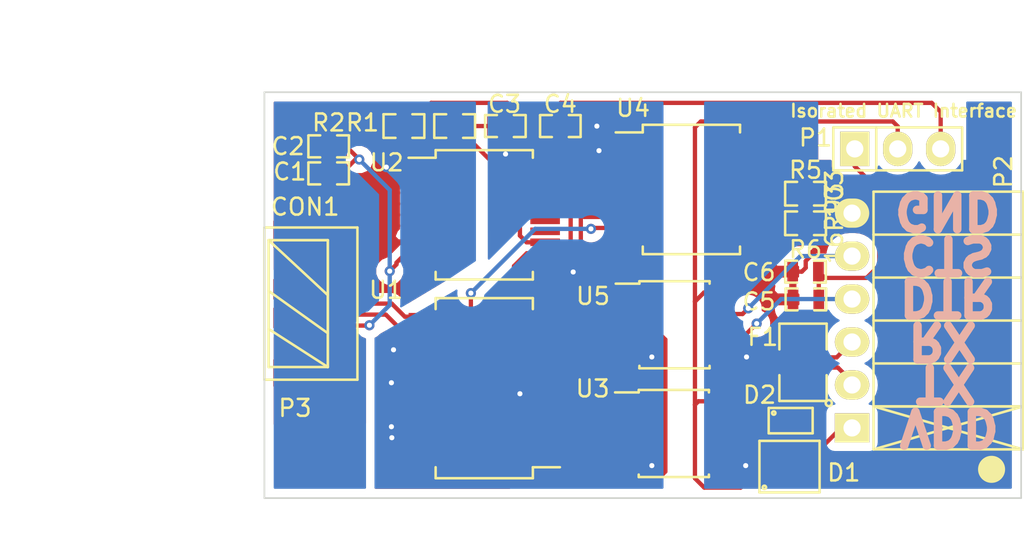
<source format=kicad_pcb>
(kicad_pcb (version 4) (host pcbnew "(2015-03-17 BZR 5524)-product")

  (general
    (links 63)
    (no_connects 0)
    (area 24.57143 118.378 88.761524 167.652)
    (thickness 1.6)
    (drawings 27)
    (tracks 235)
    (zones 0)
    (modules 22)
    (nets 24)
  )

  (page A4)
  (layers
    (0 F.Cu signal)
    (31 B.Cu signal)
    (32 B.Adhes user)
    (33 F.Adhes user)
    (34 B.Paste user)
    (35 F.Paste user)
    (36 B.SilkS user)
    (37 F.SilkS user)
    (38 B.Mask user)
    (39 F.Mask user)
    (40 Dwgs.User user)
    (41 Cmts.User user)
    (42 Eco1.User user)
    (43 Eco2.User user)
    (44 Edge.Cuts user)
    (45 Margin user)
    (46 B.CrtYd user)
    (47 F.CrtYd user)
    (48 B.Fab user)
    (49 F.Fab user)
  )

  (setup
    (last_trace_width 0.254)
    (user_trace_width 0.381)
    (user_trace_width 0.508)
    (user_trace_width 0.635)
    (user_trace_width 0.762)
    (user_trace_width 1.016)
    (user_trace_width 1.27)
    (user_trace_width 1.524)
    (trace_clearance 0.127)
    (zone_clearance 0.5)
    (zone_45_only no)
    (trace_min 0.01)
    (segment_width 0.2)
    (edge_width 0.2)
    (via_size 0.6)
    (via_drill 0.3)
    (via_min_size 0.023622)
    (via_min_drill 0.3)
    (uvia_size 0.508)
    (uvia_drill 0.127)
    (uvias_allowed no)
    (uvia_min_size 0.02)
    (uvia_min_drill 0.127)
    (pcb_text_width 0.3)
    (pcb_text_size 1.5 1.5)
    (mod_edge_width 0.15)
    (mod_text_size 1 1)
    (mod_text_width 0.15)
    (pad_size 0.635 1.143)
    (pad_drill 0)
    (pad_to_mask_clearance 0)
    (aux_axis_origin 40 157.5)
    (grid_origin 40.01 151.98)
    (visible_elements FFFEFFEF)
    (pcbplotparams
      (layerselection 0x01520_00000001)
      (usegerberextensions false)
      (excludeedgelayer true)
      (linewidth 0.100000)
      (plotframeref false)
      (viasonmask false)
      (mode 1)
      (useauxorigin true)
      (hpglpennumber 1)
      (hpglpenspeed 20)
      (hpglpendiameter 15)
      (hpglpenoverlay 2)
      (psnegative false)
      (psa4output false)
      (plotreference true)
      (plotvalue true)
      (plotinvisibletext false)
      (padsonsilk false)
      (subtractmaskfromsilk false)
      (outputformat 3)
      (mirror false)
      (drillshape 0)
      (scaleselection 1)
      (outputdirectory ../../../../../Desktop/UARTBOX/))
  )

  (net 0 "")
  (net 1 +5V)
  (net 2 GND)
  (net 3 "Net-(CON1-Pad2)")
  (net 4 "Net-(CON1-Pad3)")
  (net 5 GNDA)
  (net 6 +5P)
  (net 7 GNDD)
  (net 8 +3.3VDAC)
  (net 9 "Net-(R1-Pad2)")
  (net 10 "Net-(R5-Pad2)")
  (net 11 "Net-(U2-Pad1)")
  (net 12 "Net-(U2-Pad5)")
  (net 13 "Net-(P2-Pad2)")
  (net 14 "Net-(P2-Pad3)")
  (net 15 "Net-(P2-Pad4)")
  (net 16 "Net-(P2-Pad5)")
  (net 17 "Net-(U2-Pad11)")
  (net 18 "Net-(U2-Pad17)")
  (net 19 "Net-(D1-Pad1)")
  (net 20 "Net-(D1-Pad2)")
  (net 21 "Net-(U2-Pad2)")
  (net 22 +3.3VADC)
  (net 23 "Net-(D2-Pad1)")

  (net_class Default "これは標準のネット クラスです。"
    (clearance 0.127)
    (trace_width 0.254)
    (via_dia 0.6)
    (via_drill 0.3)
    (uvia_dia 0.508)
    (uvia_drill 0.127)
    (add_net +3.3VADC)
    (add_net +3.3VDAC)
    (add_net +5P)
    (add_net +5V)
    (add_net GND)
    (add_net GNDA)
    (add_net GNDD)
    (add_net "Net-(CON1-Pad2)")
    (add_net "Net-(CON1-Pad3)")
    (add_net "Net-(D1-Pad1)")
    (add_net "Net-(D1-Pad2)")
    (add_net "Net-(D2-Pad1)")
    (add_net "Net-(P2-Pad2)")
    (add_net "Net-(P2-Pad3)")
    (add_net "Net-(P2-Pad4)")
    (add_net "Net-(P2-Pad5)")
    (add_net "Net-(R1-Pad2)")
    (add_net "Net-(R5-Pad2)")
    (add_net "Net-(U2-Pad1)")
    (add_net "Net-(U2-Pad11)")
    (add_net "Net-(U2-Pad17)")
    (add_net "Net-(U2-Pad2)")
    (add_net "Net-(U2-Pad5)")
  )

  (module Housings_SOIC:SOIC-8_3.9x4.9mm_Pitch1.27mm (layer F.Cu) (tedit 550A90D4) (tstamp 54E9AFCB)
    (at 64.21 148.18)
    (descr "8-Lead Plastic Small Outline (SN) - Narrow, 3.90 mm Body [SOIC] (see Microchip Packaging Specification 00000049BS.pdf)")
    (tags "SOIC 1.27")
    (path /550A39BF)
    (attr smd)
    (fp_text reference U3 (at -4.8 -2.65) (layer F.SilkS)
      (effects (font (size 1 1) (thickness 0.15)))
    )
    (fp_text value ADuM3211 (at 2.25 -28.75) (layer F.SilkS) hide
      (effects (font (size 1 1) (thickness 0.15)))
    )
    (fp_line (start -3.75 -2.75) (end -3.75 2.75) (layer F.CrtYd) (width 0.05))
    (fp_line (start 3.75 -2.75) (end 3.75 2.75) (layer F.CrtYd) (width 0.05))
    (fp_line (start -3.75 -2.75) (end 3.75 -2.75) (layer F.CrtYd) (width 0.05))
    (fp_line (start -3.75 2.75) (end 3.75 2.75) (layer F.CrtYd) (width 0.05))
    (fp_line (start -2.075 -2.575) (end -2.075 -2.43) (layer F.SilkS) (width 0.15))
    (fp_line (start 2.075 -2.575) (end 2.075 -2.43) (layer F.SilkS) (width 0.15))
    (fp_line (start 2.075 2.575) (end 2.075 2.43) (layer F.SilkS) (width 0.15))
    (fp_line (start -2.075 2.575) (end -2.075 2.43) (layer F.SilkS) (width 0.15))
    (fp_line (start -2.075 -2.575) (end 2.075 -2.575) (layer F.SilkS) (width 0.15))
    (fp_line (start -2.075 2.575) (end 2.075 2.575) (layer F.SilkS) (width 0.15))
    (fp_line (start -2.075 -2.43) (end -3.475 -2.43) (layer F.SilkS) (width 0.15))
    (pad 1 smd rect (at -2.7 -1.905) (size 1.55 0.6) (layers F.Cu F.Paste F.Mask)
      (net 6 +5P))
    (pad 2 smd rect (at -2.7 -0.635) (size 1.55 0.6) (layers F.Cu F.Paste F.Mask)
      (net 11 "Net-(U2-Pad1)"))
    (pad 3 smd rect (at -2.7 0.635) (size 1.55 0.6) (layers F.Cu F.Paste F.Mask)
      (net 12 "Net-(U2-Pad5)"))
    (pad 4 smd rect (at -2.7 1.905) (size 1.55 0.6) (layers F.Cu F.Paste F.Mask)
      (net 5 GNDA) (zone_connect 2))
    (pad 5 smd rect (at 2.7 1.905) (size 1.55 0.6) (layers F.Cu F.Paste F.Mask)
      (net 7 GNDD) (zone_connect 2))
    (pad 6 smd rect (at 2.7 0.635) (size 1.55 0.6) (layers F.Cu F.Paste F.Mask)
      (net 13 "Net-(P2-Pad2)"))
    (pad 7 smd rect (at 2.7 -0.635) (size 1.55 0.6) (layers F.Cu F.Paste F.Mask)
      (net 14 "Net-(P2-Pad3)"))
    (pad 8 smd rect (at 2.7 -1.905) (size 1.55 0.6) (layers F.Cu F.Paste F.Mask)
      (net 23 "Net-(D2-Pad1)"))
    (model Housings_SOIC/SOIC-8_3.9x4.9mm_Pitch1.27mm.wrl
      (at (xyz 0 0 0))
      (scale (xyz 1 1 1))
      (rotate (xyz 0 0 0))
    )
  )

  (module kicad-library:Hirose-microUSB-ZX62R-B-5P placed (layer F.Cu) (tedit 550A52EA) (tstamp 54ECE253)
    (at 43 140.5 270)
    (descr "Micro USB Type B Receptacle")
    (tags "USB, micro, type B, receptacle")
    (path /54E97C37)
    (fp_text reference CON1 (at -5.72 0.59 360) (layer F.SilkS)
      (effects (font (size 1 1) (thickness 0.15)))
    )
    (fp_text value USB-MICRO-B (at -7.09 6.51 270) (layer F.SilkS) hide
      (effects (font (size 1 1) (thickness 0.15)))
    )
    (fp_line (start 4.5 3) (end 4.5 -2.5) (layer F.SilkS) (width 0.15))
    (fp_line (start -4.5 -2.5) (end -4.5 3) (layer F.SilkS) (width 0.15))
    (fp_line (start -4.5 3) (end 4.5 3) (layer F.SilkS) (width 0.15))
    (fp_line (start -4.5 -2.5) (end 4.5 -2.5) (layer F.SilkS) (width 0.15))
    (fp_line (start 3.75 -0.75) (end 1.5 2.75) (layer F.SilkS) (width 0.15))
    (fp_line (start -0.75 2.75) (end 1.75 -0.75) (layer F.SilkS) (width 0.15))
    (fp_line (start -3.75 2.75) (end -0.5 -0.75) (layer F.SilkS) (width 0.15))
    (fp_text user "Don't Wire" (at 0 1.8 270) (layer Dwgs.User)
      (effects (font (size 1 1) (thickness 0.05)))
    )
    (fp_line (start -3.75 -0.75) (end -3.75 2.75) (layer F.SilkS) (width 0.15))
    (fp_line (start -3.75 -0.75) (end 3.75 -0.75) (layer F.SilkS) (width 0.15))
    (fp_line (start -3.75 2.75) (end -3.75 -0.75) (layer F.SilkS) (width 0.15))
    (fp_line (start 3.75 2.75) (end -3.75 2.75) (layer F.SilkS) (width 0.15))
    (fp_line (start -3.75 2.75) (end -3.75 -0.75) (layer F.SilkS) (width 0.15))
    (fp_line (start -3.75 -0.75) (end 3.75 -0.75) (layer F.SilkS) (width 0.15))
    (fp_line (start 3.75 -0.75) (end 3.75 2.75) (layer F.SilkS) (width 0.15))
    (pad 1 smd rect (at 1.3 -1.5) (size 1.35 0.4) (layers F.Cu F.Paste F.Mask)
      (net 1 +5V))
    (pad 2 smd rect (at 0.65 -1.5) (size 1.35 0.4) (layers F.Cu F.Paste F.Mask)
      (net 3 "Net-(CON1-Pad2)"))
    (pad 3 smd rect (at 0 -1.5) (size 1.35 0.4) (layers F.Cu F.Paste F.Mask)
      (net 4 "Net-(CON1-Pad3)"))
    (pad 4 smd rect (at -0.65 -1.5) (size 1.35 0.4) (layers F.Cu F.Paste F.Mask))
    (pad 5 smd rect (at -1.3 -1.5) (size 1.35 0.4) (layers F.Cu F.Paste F.Mask)
      (net 2 GND) (zone_connect 2))
    (pad 7 smd rect (at 3.1 -1.175) (size 2.1 2) (layers F.Cu F.Paste F.Mask)
      (net 2 GND) (zone_connect 2))
    (pad 6 smd rect (at -3.1 -1.175) (size 2.1 2) (layers F.Cu F.Paste F.Mask)
      (net 2 GND) (zone_connect 2))
    (pad 8 smd rect (at -4.1 1.525) (size 1.9 1.6) (layers F.Cu F.Paste F.Mask)
      (net 2 GND) (zone_connect 2))
    (pad 9 smd rect (at 4.1 1.525) (size 1.9 1.6) (layers F.Cu F.Paste F.Mask)
      (net 2 GND) (zone_connect 2))
    (pad ~ smd rect (at -0.85 1.525) (size 1.9 1.2) (layers F.Cu F.Paste F.Mask))
    (pad ~ smd rect (at 0.85 1.525) (size 1.9 1.2) (layers F.Cu F.Paste F.Mask))
    (model ../../../../../Users/Kazu-iMac-Develop/kicad-lib_com/3D/Hirose-MicroUSB-ZX62R-B-5/Hirose-USBmicro-ZX62R-B-5.x3d
      (at (xyz 0 -0.045 0))
      (scale (xyz 0.393701 0.393701 0.393701))
      (rotate (xyz 0 0 0))
    )
  )

  (module Housings_SSOP:SSOP-28_5.3x10.2mm_Pitch0.65mm (layer F.Cu) (tedit 550A90BD) (tstamp 54E9AFBF)
    (at 53 145.5 180)
    (descr "28-Lead Plastic Shrink Small Outline (SS)-5.30 mm Body [SSOP] (see Microchip Packaging Specification 00000049BS.pdf)")
    (tags "SSOP 0.65")
    (path /54E97BE6)
    (attr smd)
    (fp_text reference U1 (at 5.81 5.8 180) (layer F.SilkS)
      (effects (font (size 1 1) (thickness 0.15)))
    )
    (fp_text value FT232RL (at 0 6.25 180) (layer F.SilkS) hide
      (effects (font (size 1 1) (thickness 0.15)))
    )
    (fp_line (start -4.75 -5.5) (end -4.75 5.5) (layer F.CrtYd) (width 0.05))
    (fp_line (start 4.75 -5.5) (end 4.75 5.5) (layer F.CrtYd) (width 0.05))
    (fp_line (start -4.75 -5.5) (end 4.75 -5.5) (layer F.CrtYd) (width 0.05))
    (fp_line (start -4.75 5.5) (end 4.75 5.5) (layer F.CrtYd) (width 0.05))
    (fp_line (start -2.875 -5.325) (end -2.875 -4.675) (layer F.SilkS) (width 0.15))
    (fp_line (start 2.875 -5.325) (end 2.875 -4.675) (layer F.SilkS) (width 0.15))
    (fp_line (start 2.875 5.325) (end 2.875 4.675) (layer F.SilkS) (width 0.15))
    (fp_line (start -2.875 5.325) (end -2.875 4.675) (layer F.SilkS) (width 0.15))
    (fp_line (start -2.875 -5.325) (end 2.875 -5.325) (layer F.SilkS) (width 0.15))
    (fp_line (start -2.875 5.325) (end 2.875 5.325) (layer F.SilkS) (width 0.15))
    (fp_line (start -2.875 -4.675) (end -4.475 -4.675) (layer F.SilkS) (width 0.15))
    (pad 1 smd rect (at -3.6 -4.225 180) (size 1.75 0.45) (layers F.Cu F.Paste F.Mask)
      (net 11 "Net-(U2-Pad1)"))
    (pad 2 smd rect (at -3.6 -3.575 180) (size 1.75 0.45) (layers F.Cu F.Paste F.Mask)
      (net 21 "Net-(U2-Pad2)"))
    (pad 3 smd rect (at -3.6 -2.925 180) (size 1.75 0.45) (layers F.Cu F.Paste F.Mask))
    (pad 4 smd rect (at -3.6 -2.275 180) (size 1.75 0.45) (layers F.Cu F.Paste F.Mask)
      (net 6 +5P))
    (pad 5 smd rect (at -3.6 -1.625 180) (size 1.75 0.45) (layers F.Cu F.Paste F.Mask)
      (net 12 "Net-(U2-Pad5)"))
    (pad 6 smd rect (at -3.6 -0.975 180) (size 1.75 0.45) (layers F.Cu F.Paste F.Mask))
    (pad 7 smd rect (at -3.6 -0.325 180) (size 1.75 0.45) (layers F.Cu F.Paste F.Mask)
      (net 5 GNDA) (zone_connect 2))
    (pad 8 smd rect (at -3.6 0.325 180) (size 1.75 0.45) (layers F.Cu F.Paste F.Mask))
    (pad 9 smd rect (at -3.6 0.975 180) (size 1.75 0.45) (layers F.Cu F.Paste F.Mask))
    (pad 10 smd rect (at -3.6 1.625 180) (size 1.75 0.45) (layers F.Cu F.Paste F.Mask))
    (pad 11 smd rect (at -3.6 2.275 180) (size 1.75 0.45) (layers F.Cu F.Paste F.Mask)
      (net 17 "Net-(U2-Pad11)"))
    (pad 12 smd rect (at -3.6 2.925 180) (size 1.75 0.45) (layers F.Cu F.Paste F.Mask))
    (pad 13 smd rect (at -3.6 3.575 180) (size 1.75 0.45) (layers F.Cu F.Paste F.Mask))
    (pad 14 smd rect (at -3.6 4.225 180) (size 1.75 0.45) (layers F.Cu F.Paste F.Mask))
    (pad 15 smd rect (at 3.6 4.225 180) (size 1.75 0.45) (layers F.Cu F.Paste F.Mask)
      (net 4 "Net-(CON1-Pad3)"))
    (pad 16 smd rect (at 3.6 3.575 180) (size 1.75 0.45) (layers F.Cu F.Paste F.Mask)
      (net 3 "Net-(CON1-Pad2)"))
    (pad 17 smd rect (at 3.6 2.925 180) (size 1.75 0.45) (layers F.Cu F.Paste F.Mask)
      (net 18 "Net-(U2-Pad17)"))
    (pad 18 smd rect (at 3.6 2.275 180) (size 1.75 0.45) (layers F.Cu F.Paste F.Mask)
      (net 5 GNDA))
    (pad 19 smd rect (at 3.6 1.625 180) (size 1.75 0.45) (layers F.Cu F.Paste F.Mask))
    (pad 20 smd rect (at 3.6 0.975 180) (size 1.75 0.45) (layers F.Cu F.Paste F.Mask)
      (net 6 +5P))
    (pad 21 smd rect (at 3.6 0.325 180) (size 1.75 0.45) (layers F.Cu F.Paste F.Mask)
      (net 5 GNDA))
    (pad 22 smd rect (at 3.6 -0.325 180) (size 1.75 0.45) (layers F.Cu F.Paste F.Mask))
    (pad 23 smd rect (at 3.6 -0.975 180) (size 1.75 0.45) (layers F.Cu F.Paste F.Mask))
    (pad 24 smd rect (at 3.6 -1.625 180) (size 1.75 0.45) (layers F.Cu F.Paste F.Mask))
    (pad 25 smd rect (at 3.6 -2.275 180) (size 1.75 0.45) (layers F.Cu F.Paste F.Mask)
      (net 5 GNDA))
    (pad 26 smd rect (at 3.6 -2.925 180) (size 1.75 0.45) (layers F.Cu F.Paste F.Mask)
      (net 5 GNDA))
    (pad 27 smd rect (at 3.6 -3.575 180) (size 1.75 0.45) (layers F.Cu F.Paste F.Mask))
    (pad 28 smd rect (at 3.6 -4.225 180) (size 1.75 0.45) (layers F.Cu F.Paste F.Mask))
    (model Housings_SSOP/SSOP-28_5.3x10.2mm_Pitch0.65mm.wrl
      (at (xyz 0 0 0))
      (scale (xyz 1 1 1))
      (rotate (xyz 0 0 0))
    )
  )

  (module Housings_SSOP:SSOP-20_5.3x7.2mm_Pitch0.65mm (layer F.Cu) (tedit 55089B03) (tstamp 54E9AFE3)
    (at 65.25 133.75)
    (descr "20-Lead Plastic Shrink Small Outline (SS)-5.30 mm Body [SSOP] (see Microchip Packaging Specification 00000049BS.pdf)")
    (tags "SSOP 0.65")
    (path /54E99DAF)
    (attr smd)
    (fp_text reference U4 (at -3.45 -4.81) (layer F.SilkS)
      (effects (font (size 1 1) (thickness 0.15)))
    )
    (fp_text value ADuM5010-DC/DC-150mW-SSOP20-Isolator (at 4.75 31) (layer F.SilkS) hide
      (effects (font (size 1 1) (thickness 0.15)))
    )
    (fp_line (start -4.75 -4) (end -4.75 4) (layer F.CrtYd) (width 0.05))
    (fp_line (start 4.75 -4) (end 4.75 4) (layer F.CrtYd) (width 0.05))
    (fp_line (start -4.75 -4) (end 4.75 -4) (layer F.CrtYd) (width 0.05))
    (fp_line (start -4.75 4) (end 4.75 4) (layer F.CrtYd) (width 0.05))
    (fp_line (start -2.875 -3.825) (end -2.875 -3.375) (layer F.SilkS) (width 0.15))
    (fp_line (start 2.875 -3.825) (end 2.875 -3.375) (layer F.SilkS) (width 0.15))
    (fp_line (start 2.875 3.825) (end 2.875 3.375) (layer F.SilkS) (width 0.15))
    (fp_line (start -2.875 3.825) (end -2.875 3.375) (layer F.SilkS) (width 0.15))
    (fp_line (start -2.875 -3.825) (end 2.875 -3.825) (layer F.SilkS) (width 0.15))
    (fp_line (start -2.875 3.825) (end 2.875 3.825) (layer F.SilkS) (width 0.15))
    (fp_line (start -2.875 -3.375) (end -4.475 -3.375) (layer F.SilkS) (width 0.15))
    (pad 1 smd rect (at -3.6 -2.925) (size 1.75 0.45) (layers F.Cu F.Paste F.Mask))
    (pad 2 smd rect (at -3.6 -2.275) (size 1.75 0.45) (layers F.Cu F.Paste F.Mask)
      (net 5 GNDA) (zone_connect 2))
    (pad 3 smd rect (at -3.6 -1.625) (size 1.75 0.45) (layers F.Cu F.Paste F.Mask))
    (pad 4 smd rect (at -3.6 -0.975) (size 1.75 0.45) (layers F.Cu F.Paste F.Mask))
    (pad 5 smd rect (at -3.6 -0.325) (size 1.75 0.45) (layers F.Cu F.Paste F.Mask))
    (pad 6 smd rect (at -3.6 0.325) (size 1.75 0.45) (layers F.Cu F.Paste F.Mask))
    (pad 7 smd rect (at -3.6 0.975) (size 1.75 0.45) (layers F.Cu F.Paste F.Mask))
    (pad 8 smd rect (at -3.6 1.625) (size 1.75 0.45) (layers F.Cu F.Paste F.Mask)
      (net 5 GNDA) (zone_connect 2))
    (pad 9 smd rect (at -3.6 2.275) (size 1.75 0.45) (layers F.Cu F.Paste F.Mask)
      (net 18 "Net-(U2-Pad17)"))
    (pad 10 smd rect (at -3.6 2.925) (size 1.75 0.45) (layers F.Cu F.Paste F.Mask))
    (pad 11 smd rect (at 3.6 2.925) (size 1.75 0.45) (layers F.Cu F.Paste F.Mask)
      (net 7 GNDD) (zone_connect 2))
    (pad 12 smd rect (at 3.6 2.275) (size 1.75 0.45) (layers F.Cu F.Paste F.Mask)
      (net 8 +3.3VDAC))
    (pad 13 smd rect (at 3.6 1.625) (size 1.75 0.45) (layers F.Cu F.Paste F.Mask)
      (net 10 "Net-(R5-Pad2)"))
    (pad 14 smd rect (at 3.6 0.975) (size 1.75 0.45) (layers F.Cu F.Paste F.Mask))
    (pad 15 smd rect (at 3.6 0.325) (size 1.75 0.45) (layers F.Cu F.Paste F.Mask))
    (pad 16 smd rect (at 3.6 -0.325) (size 1.75 0.45) (layers F.Cu F.Paste F.Mask))
    (pad 17 smd rect (at 3.6 -0.975) (size 1.75 0.45) (layers F.Cu F.Paste F.Mask))
    (pad 18 smd rect (at 3.6 -1.625) (size 1.75 0.45) (layers F.Cu F.Paste F.Mask))
    (pad 19 smd rect (at 3.6 -2.275) (size 1.75 0.45) (layers F.Cu F.Paste F.Mask))
    (pad 20 smd rect (at 3.6 -2.925) (size 1.75 0.45) (layers F.Cu F.Paste F.Mask))
    (model Housings_SSOP/SSOP-20_5.3x7.2mm_Pitch0.65mm.wrl
      (at (xyz 0 0 0))
      (scale (xyz 1 1 1))
      (rotate (xyz 0 0 0))
    )
  )

  (module Housings_SSOP:SSOP-20_5.3x7.2mm_Pitch0.65mm (layer F.Cu) (tedit 550A90C3) (tstamp 54E9B26D)
    (at 53 135.25)
    (descr "20-Lead Plastic Shrink Small Outline (SS)-5.30 mm Body [SSOP] (see Microchip Packaging Specification 00000049BS.pdf)")
    (tags "SSOP 0.65")
    (path /54E9A8C9)
    (attr smd)
    (fp_text reference U2 (at -5.77 -3.09) (layer F.SilkS)
      (effects (font (size 1 1) (thickness 0.15)))
    )
    (fp_text value ADuM5010-DC/DC-150mW-SSOP20-Isolator (at 18.25 31.5) (layer F.SilkS) hide
      (effects (font (size 1 1) (thickness 0.15)))
    )
    (fp_line (start -4.75 -4) (end -4.75 4) (layer F.CrtYd) (width 0.05))
    (fp_line (start 4.75 -4) (end 4.75 4) (layer F.CrtYd) (width 0.05))
    (fp_line (start -4.75 -4) (end 4.75 -4) (layer F.CrtYd) (width 0.05))
    (fp_line (start -4.75 4) (end 4.75 4) (layer F.CrtYd) (width 0.05))
    (fp_line (start -2.875 -3.825) (end -2.875 -3.375) (layer F.SilkS) (width 0.15))
    (fp_line (start 2.875 -3.825) (end 2.875 -3.375) (layer F.SilkS) (width 0.15))
    (fp_line (start 2.875 3.825) (end 2.875 3.375) (layer F.SilkS) (width 0.15))
    (fp_line (start -2.875 3.825) (end -2.875 3.375) (layer F.SilkS) (width 0.15))
    (fp_line (start -2.875 -3.825) (end 2.875 -3.825) (layer F.SilkS) (width 0.15))
    (fp_line (start -2.875 3.825) (end 2.875 3.825) (layer F.SilkS) (width 0.15))
    (fp_line (start -2.875 -3.375) (end -4.475 -3.375) (layer F.SilkS) (width 0.15))
    (pad 1 smd rect (at -3.6 -2.925) (size 1.75 0.45) (layers F.Cu F.Paste F.Mask))
    (pad 2 smd rect (at -3.6 -2.275) (size 1.75 0.45) (layers F.Cu F.Paste F.Mask)
      (net 2 GND) (zone_connect 2))
    (pad 3 smd rect (at -3.6 -1.625) (size 1.75 0.45) (layers F.Cu F.Paste F.Mask))
    (pad 4 smd rect (at -3.6 -0.975) (size 1.75 0.45) (layers F.Cu F.Paste F.Mask))
    (pad 5 smd rect (at -3.6 -0.325) (size 1.75 0.45) (layers F.Cu F.Paste F.Mask))
    (pad 6 smd rect (at -3.6 0.325) (size 1.75 0.45) (layers F.Cu F.Paste F.Mask))
    (pad 7 smd rect (at -3.6 0.975) (size 1.75 0.45) (layers F.Cu F.Paste F.Mask))
    (pad 8 smd rect (at -3.6 1.625) (size 1.75 0.45) (layers F.Cu F.Paste F.Mask)
      (net 2 GND))
    (pad 9 smd rect (at -3.6 2.275) (size 1.75 0.45) (layers F.Cu F.Paste F.Mask)
      (net 1 +5V))
    (pad 10 smd rect (at -3.6 2.925) (size 1.75 0.45) (layers F.Cu F.Paste F.Mask))
    (pad 11 smd rect (at 3.6 2.925) (size 1.75 0.45) (layers F.Cu F.Paste F.Mask)
      (net 5 GNDA) (zone_connect 2))
    (pad 12 smd rect (at 3.6 2.275) (size 1.75 0.45) (layers F.Cu F.Paste F.Mask)
      (net 6 +5P))
    (pad 13 smd rect (at 3.6 1.625) (size 1.75 0.45) (layers F.Cu F.Paste F.Mask)
      (net 9 "Net-(R1-Pad2)"))
    (pad 14 smd rect (at 3.6 0.975) (size 1.75 0.45) (layers F.Cu F.Paste F.Mask))
    (pad 15 smd rect (at 3.6 0.325) (size 1.75 0.45) (layers F.Cu F.Paste F.Mask))
    (pad 16 smd rect (at 3.6 -0.325) (size 1.75 0.45) (layers F.Cu F.Paste F.Mask))
    (pad 17 smd rect (at 3.6 -0.975) (size 1.75 0.45) (layers F.Cu F.Paste F.Mask))
    (pad 18 smd rect (at 3.6 -1.625) (size 1.75 0.45) (layers F.Cu F.Paste F.Mask))
    (pad 19 smd rect (at 3.6 -2.275) (size 1.75 0.45) (layers F.Cu F.Paste F.Mask))
    (pad 20 smd rect (at 3.6 -2.925) (size 1.75 0.45) (layers F.Cu F.Paste F.Mask))
    (model Housings_SSOP/SSOP-20_5.3x7.2mm_Pitch0.65mm.wrl
      (at (xyz 0 0 0))
      (scale (xyz 1 1 1))
      (rotate (xyz 0 0 0))
    )
  )

  (module Pin_Headers:Pin_Header_Straight_1x03 (layer F.Cu) (tedit 54FC4E1D) (tstamp 54FC435A)
    (at 77.45 131.35)
    (descr "Through hole pin header")
    (tags "pin header")
    (path /550A959D)
    (fp_text reference P1 (at -4.86 -0.66) (layer F.SilkS)
      (effects (font (size 1 1) (thickness 0.15)))
    )
    (fp_text value CONN_01X03 (at 0 0) (layer F.SilkS) hide
      (effects (font (size 1 1) (thickness 0.15)))
    )
    (fp_line (start -1.27 1.27) (end 3.81 1.27) (layer F.SilkS) (width 0.15))
    (fp_line (start 3.81 1.27) (end 3.81 -1.27) (layer F.SilkS) (width 0.15))
    (fp_line (start 3.81 -1.27) (end -1.27 -1.27) (layer F.SilkS) (width 0.15))
    (fp_line (start -3.81 -1.27) (end -1.27 -1.27) (layer F.SilkS) (width 0.15))
    (fp_line (start -1.27 -1.27) (end -1.27 1.27) (layer F.SilkS) (width 0.15))
    (fp_line (start -3.81 -1.27) (end -3.81 1.27) (layer F.SilkS) (width 0.15))
    (fp_line (start -3.81 1.27) (end -1.27 1.27) (layer F.SilkS) (width 0.15))
    (pad 1 thru_hole rect (at -2.54 0) (size 1.7272 2.032) (drill 1.016) (layers *.Cu *.Mask F.SilkS)
      (net 22 +3.3VADC))
    (pad 2 thru_hole oval (at 0 0) (size 1.7272 2.032) (drill 1.016) (layers *.Cu *.Mask F.SilkS)
      (net 23 "Net-(D2-Pad1)"))
    (pad 3 thru_hole oval (at 2.54 0) (size 1.7272 2.032) (drill 1.016) (layers *.Cu *.Mask F.SilkS)
      (net 6 +5P))
    (model Pin_Headers/Pin_Header_Straight_1x03.wrl
      (at (xyz 0 0 0))
      (scale (xyz 1 1 1))
      (rotate (xyz 0 0 0))
    )
  )

  (module Socket_Strips:Socket_Strip_Angled_1x06 (layer F.Cu) (tedit 5508F13B) (tstamp 54FC4364)
    (at 74.75 141.5 270)
    (descr "Through hole socket strip")
    (tags "socket strip")
    (path /550A2CA8)
    (fp_text reference P2 (at -8.8 -8.95 450) (layer F.SilkS)
      (effects (font (size 1 1) (thickness 0.15)))
    )
    (fp_text value CONN_01X06 (at 0 0 270) (layer F.SilkS) hide
      (effects (font (size 1 1) (thickness 0.15)))
    )
    (fp_line (start -7.62 -10.1) (end -7.62 -1.27) (layer F.SilkS) (width 0.15))
    (fp_line (start -5.08 -10.1) (end -7.62 -10.1) (layer F.SilkS) (width 0.15))
    (fp_line (start -5.08 -1.27) (end -7.62 -1.27) (layer F.SilkS) (width 0.15))
    (fp_line (start -2.54 -1.27) (end -5.08 -1.27) (layer F.SilkS) (width 0.15))
    (fp_line (start -2.54 -10.1) (end -5.08 -10.1) (layer F.SilkS) (width 0.15))
    (fp_line (start -5.08 -10.1) (end -5.08 -1.27) (layer F.SilkS) (width 0.15))
    (fp_line (start -2.54 -10.1) (end -2.54 -1.27) (layer F.SilkS) (width 0.15))
    (fp_line (start 0 -10.1) (end -2.54 -10.1) (layer F.SilkS) (width 0.15))
    (fp_line (start 0 -1.27) (end -2.54 -1.27) (layer F.SilkS) (width 0.15))
    (fp_line (start 2.54 -1.27) (end 0 -1.27) (layer F.SilkS) (width 0.15))
    (fp_line (start 2.54 -10.1) (end 0 -10.1) (layer F.SilkS) (width 0.15))
    (fp_line (start 0 -10.1) (end 0 -1.27) (layer F.SilkS) (width 0.15))
    (fp_line (start 2.54 -10.1) (end 2.54 -1.27) (layer F.SilkS) (width 0.15))
    (fp_line (start 5.08 -10.1) (end 2.54 -10.1) (layer F.SilkS) (width 0.15))
    (fp_line (start 5.08 -1.27) (end 5.08 -10.1) (layer F.SilkS) (width 0.15))
    (fp_line (start 5.08 -1.27) (end 2.54 -1.27) (layer F.SilkS) (width 0.15))
    (fp_line (start 7.62 -1.27) (end 5.08 -1.27) (layer F.SilkS) (width 0.15))
    (fp_line (start 7.62 -1.27) (end 5.08 -10.1) (layer F.SilkS) (width 0.15))
    (fp_line (start 7.62 -10.1) (end 5.08 -1.27) (layer F.SilkS) (width 0.15))
    (fp_line (start 7.62 -1.27) (end 7.62 -10.1) (layer F.SilkS) (width 0.15))
    (fp_line (start 7.62 -10.1) (end 5.08 -10.1) (layer F.SilkS) (width 0.15))
    (fp_line (start 5.08 -10.1) (end 5.08 -1.27) (layer F.SilkS) (width 0.15))
    (pad 1 thru_hole rect (at 6.35 0 90) (size 1.7272 2.032) (drill 1.016) (layers *.Cu *.Mask F.SilkS)
      (net 20 "Net-(D1-Pad2)"))
    (pad 2 thru_hole oval (at 3.81 0 90) (size 1.7272 2.032) (drill 1.016) (layers *.Cu *.Mask F.SilkS)
      (net 13 "Net-(P2-Pad2)"))
    (pad 3 thru_hole oval (at 1.27 0 90) (size 1.7272 2.032) (drill 1.016) (layers *.Cu *.Mask F.SilkS)
      (net 14 "Net-(P2-Pad3)"))
    (pad 4 thru_hole oval (at -1.27 0 90) (size 1.7272 2.032) (drill 1.016) (layers *.Cu *.Mask F.SilkS)
      (net 15 "Net-(P2-Pad4)"))
    (pad 5 thru_hole oval (at -3.81 0 90) (size 1.7272 2.032) (drill 1.016) (layers *.Cu *.Mask F.SilkS)
      (net 16 "Net-(P2-Pad5)"))
    (pad 6 thru_hole oval (at -6.35 0 90) (size 1.7272 2.032) (drill 1.016) (layers *.Cu *.Mask F.SilkS)
      (net 7 GNDD) (zone_connect 2))
    (model Socket_Strips/Socket_Strip_Angled_1x06.wrl
      (at (xyz 0 0 0))
      (scale (xyz 1 1 1))
      (rotate (xyz 0 0 0))
    )
  )

  (module Housings_SOIC:SOIC-8_3.9x4.9mm_Pitch1.27mm (layer F.Cu) (tedit 5508F4B6) (tstamp 54FC4370)
    (at 64.25 141.75)
    (descr "8-Lead Plastic Small Outline (SN) - Narrow, 3.90 mm Body [SOIC] (see Microchip Packaging Specification 00000049BS.pdf)")
    (tags "SOIC 1.27")
    (path /550A1EE8)
    (attr smd)
    (fp_text reference U5 (at -4.82 -1.69) (layer F.SilkS)
      (effects (font (size 1 1) (thickness 0.15)))
    )
    (fp_text value ADuM3211 (at 0 3.5) (layer F.SilkS) hide
      (effects (font (size 1 1) (thickness 0.15)))
    )
    (fp_line (start -3.75 -2.75) (end -3.75 2.75) (layer F.CrtYd) (width 0.05))
    (fp_line (start 3.75 -2.75) (end 3.75 2.75) (layer F.CrtYd) (width 0.05))
    (fp_line (start -3.75 -2.75) (end 3.75 -2.75) (layer F.CrtYd) (width 0.05))
    (fp_line (start -3.75 2.75) (end 3.75 2.75) (layer F.CrtYd) (width 0.05))
    (fp_line (start -2.075 -2.575) (end -2.075 -2.43) (layer F.SilkS) (width 0.15))
    (fp_line (start 2.075 -2.575) (end 2.075 -2.43) (layer F.SilkS) (width 0.15))
    (fp_line (start 2.075 2.575) (end 2.075 2.43) (layer F.SilkS) (width 0.15))
    (fp_line (start -2.075 2.575) (end -2.075 2.43) (layer F.SilkS) (width 0.15))
    (fp_line (start -2.075 -2.575) (end 2.075 -2.575) (layer F.SilkS) (width 0.15))
    (fp_line (start -2.075 2.575) (end 2.075 2.575) (layer F.SilkS) (width 0.15))
    (fp_line (start -2.075 -2.43) (end -3.475 -2.43) (layer F.SilkS) (width 0.15))
    (pad 1 smd rect (at -2.7 -1.905) (size 1.55 0.6) (layers F.Cu F.Paste F.Mask)
      (net 6 +5P))
    (pad 2 smd rect (at -2.7 -0.635) (size 1.55 0.6) (layers F.Cu F.Paste F.Mask)
      (net 17 "Net-(U2-Pad11)"))
    (pad 3 smd rect (at -2.7 0.635) (size 1.55 0.6) (layers F.Cu F.Paste F.Mask)
      (net 21 "Net-(U2-Pad2)"))
    (pad 4 smd rect (at -2.7 1.905) (size 1.55 0.6) (layers F.Cu F.Paste F.Mask)
      (net 5 GNDA) (zone_connect 2))
    (pad 5 smd rect (at 2.7 1.905) (size 1.55 0.6) (layers F.Cu F.Paste F.Mask)
      (net 7 GNDD) (zone_connect 2))
    (pad 6 smd rect (at 2.7 0.635) (size 1.55 0.6) (layers F.Cu F.Paste F.Mask)
      (net 15 "Net-(P2-Pad4)"))
    (pad 7 smd rect (at 2.7 -0.635) (size 1.55 0.6) (layers F.Cu F.Paste F.Mask)
      (net 16 "Net-(P2-Pad5)"))
    (pad 8 smd rect (at 2.7 -1.905) (size 1.55 0.6) (layers F.Cu F.Paste F.Mask)
      (net 23 "Net-(D2-Pad1)"))
    (model Housings_SOIC/SOIC-8_3.9x4.9mm_Pitch1.27mm.wrl
      (at (xyz 0 0 0))
      (scale (xyz 1 1 1))
      (rotate (xyz 0 0 0))
    )
  )

  (module SMD_Packages:SMD-1210 (layer F.Cu) (tedit 550A0C66) (tstamp 5508ABD8)
    (at 71.85 143.97 90)
    (tags "CMS SM")
    (path /5508A96D)
    (attr smd)
    (fp_text reference F1 (at 1.49 -2.38 180) (layer F.SilkS)
      (effects (font (size 1 1) (thickness 0.15)))
    )
    (fp_text value 150mA/1.5s (at 0 0.508 90) (layer F.SilkS) hide
      (effects (font (size 1 1) (thickness 0.15)))
    )
    (fp_circle (center -2.413 1.524) (end -2.286 1.397) (layer F.SilkS) (width 0.15))
    (fp_line (start -0.762 -1.397) (end -2.286 -1.397) (layer F.SilkS) (width 0.15))
    (fp_line (start -2.286 -1.397) (end -2.286 1.397) (layer F.SilkS) (width 0.15))
    (fp_line (start -2.286 1.397) (end -0.762 1.397) (layer F.SilkS) (width 0.15))
    (fp_line (start 0.762 1.397) (end 2.286 1.397) (layer F.SilkS) (width 0.15))
    (fp_line (start 2.286 1.397) (end 2.286 -1.397) (layer F.SilkS) (width 0.15))
    (fp_line (start 2.286 -1.397) (end 0.762 -1.397) (layer F.SilkS) (width 0.15))
    (pad 1 smd rect (at -1.524 0 90) (size 1.27 2.54) (layers F.Cu F.Paste F.Mask)
      (net 19 "Net-(D1-Pad1)"))
    (pad 2 smd rect (at 1.524 0 90) (size 1.27 2.54) (layers F.Cu F.Paste F.Mask)
      (net 7 GNDD) (zone_connect 2))
    (model SMD_Packages/SMD-1210.wrl
      (at (xyz 0 0 0))
      (scale (xyz 0.17 0.2 0.17))
      (rotate (xyz 0 0 0))
    )
  )

  (module SMD_Packages:SMD-0603_c (layer F.Cu) (tedit 5508F515) (tstamp 54E97314)
    (at 43.8 132.8 180)
    (path /54E97E9F)
    (attr smd)
    (fp_text reference C1 (at 2.3 0.1 360) (layer F.SilkS)
      (effects (font (size 1 1) (thickness 0.15)))
    )
    (fp_text value 0.1uF (at -1.651 0 270) (layer F.SilkS) hide
      (effects (font (size 1 1) (thickness 0.15)))
    )
    (fp_line (start 0.50038 0.65024) (end 1.19888 0.65024) (layer F.SilkS) (width 0.15))
    (fp_line (start -0.50038 0.65024) (end -1.19888 0.65024) (layer F.SilkS) (width 0.15))
    (fp_line (start 0.50038 -0.65024) (end 1.19888 -0.65024) (layer F.SilkS) (width 0.15))
    (fp_line (start -1.19888 -0.65024) (end -0.50038 -0.65024) (layer F.SilkS) (width 0.15))
    (fp_line (start 1.19888 -0.635) (end 1.19888 0.635) (layer F.SilkS) (width 0.15))
    (fp_line (start -1.19888 0.635) (end -1.19888 -0.635) (layer F.SilkS) (width 0.15))
    (pad 1 smd rect (at -0.762 0 180) (size 0.635 1.143) (layers F.Cu F.Paste F.Mask)
      (net 1 +5V))
    (pad 2 smd rect (at 0.762 0 180) (size 0.635 1.143) (layers F.Cu F.Paste F.Mask)
      (net 2 GND))
    (model SMD_Packages/SMD-0603_c.wrl
      (at (xyz 0 0 0.001))
      (scale (xyz 1 1 1))
      (rotate (xyz 0 0 0))
    )
  )

  (module SMD_Packages:SMD-0603_c (layer F.Cu) (tedit 5508F511) (tstamp 54E9730D)
    (at 43.8 131.2 180)
    (path /54E97ECE)
    (attr smd)
    (fp_text reference C2 (at 2.4 0 360) (layer F.SilkS)
      (effects (font (size 1 1) (thickness 0.15)))
    )
    (fp_text value 10uF (at -1.651 0 270) (layer F.SilkS) hide
      (effects (font (size 1 1) (thickness 0.15)))
    )
    (fp_line (start 0.50038 0.65024) (end 1.19888 0.65024) (layer F.SilkS) (width 0.15))
    (fp_line (start -0.50038 0.65024) (end -1.19888 0.65024) (layer F.SilkS) (width 0.15))
    (fp_line (start 0.50038 -0.65024) (end 1.19888 -0.65024) (layer F.SilkS) (width 0.15))
    (fp_line (start -1.19888 -0.65024) (end -0.50038 -0.65024) (layer F.SilkS) (width 0.15))
    (fp_line (start 1.19888 -0.635) (end 1.19888 0.635) (layer F.SilkS) (width 0.15))
    (fp_line (start -1.19888 0.635) (end -1.19888 -0.635) (layer F.SilkS) (width 0.15))
    (pad 1 smd rect (at -0.762 0 180) (size 0.635 1.143) (layers F.Cu F.Paste F.Mask)
      (net 1 +5V))
    (pad 2 smd rect (at 0.762 0 180) (size 0.635 1.143) (layers F.Cu F.Paste F.Mask)
      (net 2 GND))
    (model SMD_Packages/SMD-0603_c.wrl
      (at (xyz 0 0 0.001))
      (scale (xyz 1 1 1))
      (rotate (xyz 0 0 0))
    )
  )

  (module SMD_Packages:SMD-0603_c (layer F.Cu) (tedit 5508F4DF) (tstamp 54E97306)
    (at 54.25 130)
    (path /54E9AEBE)
    (attr smd)
    (fp_text reference C3 (at -0.05 -1.3 180) (layer F.SilkS)
      (effects (font (size 1 1) (thickness 0.15)))
    )
    (fp_text value 0.1uF (at -1.651 0 90) (layer F.SilkS) hide
      (effects (font (size 1 1) (thickness 0.15)))
    )
    (fp_line (start 0.50038 0.65024) (end 1.19888 0.65024) (layer F.SilkS) (width 0.15))
    (fp_line (start -0.50038 0.65024) (end -1.19888 0.65024) (layer F.SilkS) (width 0.15))
    (fp_line (start 0.50038 -0.65024) (end 1.19888 -0.65024) (layer F.SilkS) (width 0.15))
    (fp_line (start -1.19888 -0.65024) (end -0.50038 -0.65024) (layer F.SilkS) (width 0.15))
    (fp_line (start 1.19888 -0.635) (end 1.19888 0.635) (layer F.SilkS) (width 0.15))
    (fp_line (start -1.19888 0.635) (end -1.19888 -0.635) (layer F.SilkS) (width 0.15))
    (pad 1 smd rect (at -0.762 0) (size 0.635 1.143) (layers F.Cu F.Paste F.Mask)
      (net 5 GNDA))
    (pad 2 smd rect (at 0.762 0) (size 0.635 1.143) (layers F.Cu F.Paste F.Mask)
      (net 6 +5P))
    (model SMD_Packages/SMD-0603_c.wrl
      (at (xyz 0 0 0.001))
      (scale (xyz 1 1 1))
      (rotate (xyz 0 0 0))
    )
  )

  (module SMD_Packages:SMD-0603_c (layer F.Cu) (tedit 550A9AB9) (tstamp 54E9AF7B)
    (at 57.5 130 180)
    (path /54E9C620)
    (attr smd)
    (fp_text reference C4 (at 0 1.3 360) (layer F.SilkS)
      (effects (font (size 1 1) (thickness 0.15)))
    )
    (fp_text value 10uF (at -1.651 0 270) (layer F.SilkS) hide
      (effects (font (size 1 1) (thickness 0.15)))
    )
    (fp_line (start 0.50038 0.65024) (end 1.19888 0.65024) (layer F.SilkS) (width 0.15))
    (fp_line (start -0.50038 0.65024) (end -1.19888 0.65024) (layer F.SilkS) (width 0.15))
    (fp_line (start 0.50038 -0.65024) (end 1.19888 -0.65024) (layer F.SilkS) (width 0.15))
    (fp_line (start -1.19888 -0.65024) (end -0.50038 -0.65024) (layer F.SilkS) (width 0.15))
    (fp_line (start 1.19888 -0.635) (end 1.19888 0.635) (layer F.SilkS) (width 0.15))
    (fp_line (start -1.19888 0.635) (end -1.19888 -0.635) (layer F.SilkS) (width 0.15))
    (pad 1 smd rect (at -0.762 0 180) (size 0.635 1.143) (layers F.Cu F.Paste F.Mask)
      (net 5 GNDA) (zone_connect 2))
    (pad 2 smd rect (at 0.762 0 180) (size 0.635 1.143) (layers F.Cu F.Paste F.Mask)
      (net 6 +5P))
    (model SMD_Packages/SMD-0603_c.wrl
      (at (xyz 0 0 0.001))
      (scale (xyz 1 1 1))
      (rotate (xyz 0 0 0))
    )
  )

  (module SMD_Packages:SMD-0603_c (layer F.Cu) (tedit 550A0C8A) (tstamp 54E9AF81)
    (at 72.02 140.25)
    (path /54E9BAD0)
    (attr smd)
    (fp_text reference C5 (at -2.77 0.13 180) (layer F.SilkS)
      (effects (font (size 1 1) (thickness 0.15)))
    )
    (fp_text value 0.1uF (at -1.651 0 90) (layer F.SilkS) hide
      (effects (font (size 1 1) (thickness 0.15)))
    )
    (fp_line (start 0.50038 0.65024) (end 1.19888 0.65024) (layer F.SilkS) (width 0.15))
    (fp_line (start -0.50038 0.65024) (end -1.19888 0.65024) (layer F.SilkS) (width 0.15))
    (fp_line (start 0.50038 -0.65024) (end 1.19888 -0.65024) (layer F.SilkS) (width 0.15))
    (fp_line (start -1.19888 -0.65024) (end -0.50038 -0.65024) (layer F.SilkS) (width 0.15))
    (fp_line (start 1.19888 -0.635) (end 1.19888 0.635) (layer F.SilkS) (width 0.15))
    (fp_line (start -1.19888 0.635) (end -1.19888 -0.635) (layer F.SilkS) (width 0.15))
    (pad 1 smd rect (at -0.762 0) (size 0.635 1.143) (layers F.Cu F.Paste F.Mask)
      (net 7 GNDD))
    (pad 2 smd rect (at 0.762 0) (size 0.635 1.143) (layers F.Cu F.Paste F.Mask)
      (net 22 +3.3VADC))
    (model SMD_Packages/SMD-0603_c.wrl
      (at (xyz 0 0 0.001))
      (scale (xyz 1 1 1))
      (rotate (xyz 0 0 0))
    )
  )

  (module SMD_Packages:SMD-0603_c (layer F.Cu) (tedit 550A0C83) (tstamp 54E9AF87)
    (at 72 138.61)
    (path /54E9C82B)
    (attr smd)
    (fp_text reference C6 (at -2.75 0.04 180) (layer F.SilkS)
      (effects (font (size 1 1) (thickness 0.15)))
    )
    (fp_text value 10uF (at -1.651 0 90) (layer F.SilkS) hide
      (effects (font (size 1 1) (thickness 0.15)))
    )
    (fp_line (start 0.50038 0.65024) (end 1.19888 0.65024) (layer F.SilkS) (width 0.15))
    (fp_line (start -0.50038 0.65024) (end -1.19888 0.65024) (layer F.SilkS) (width 0.15))
    (fp_line (start 0.50038 -0.65024) (end 1.19888 -0.65024) (layer F.SilkS) (width 0.15))
    (fp_line (start -1.19888 -0.65024) (end -0.50038 -0.65024) (layer F.SilkS) (width 0.15))
    (fp_line (start 1.19888 -0.635) (end 1.19888 0.635) (layer F.SilkS) (width 0.15))
    (fp_line (start -1.19888 0.635) (end -1.19888 -0.635) (layer F.SilkS) (width 0.15))
    (pad 1 smd rect (at -0.762 0) (size 0.635 1.143) (layers F.Cu F.Paste F.Mask)
      (net 7 GNDD))
    (pad 2 smd rect (at 0.762 0) (size 0.635 1.143) (layers F.Cu F.Paste F.Mask)
      (net 22 +3.3VADC))
    (model SMD_Packages/SMD-0603_c.wrl
      (at (xyz 0 0 0.001))
      (scale (xyz 1 1 1))
      (rotate (xyz 0 0 0))
    )
  )

  (module SMD_Packages:SMD-0603_r (layer F.Cu) (tedit 5508F509) (tstamp 54E9AF9F)
    (at 72 135.75 180)
    (path /54E9A534)
    (attr smd)
    (fp_text reference R6 (at 0 -1.55 360) (layer F.SilkS)
      (effects (font (size 1 1) (thickness 0.15)))
    )
    (fp_text value 16R93 (at -1.69926 0 270) (layer F.SilkS)
      (effects (font (size 1 1) (thickness 0.15)))
    )
    (fp_line (start -0.50038 -0.6985) (end -1.2065 -0.6985) (layer F.SilkS) (width 0.15))
    (fp_line (start -1.2065 -0.6985) (end -1.2065 0.6985) (layer F.SilkS) (width 0.15))
    (fp_line (start -1.2065 0.6985) (end -0.50038 0.6985) (layer F.SilkS) (width 0.15))
    (fp_line (start 1.2065 -0.6985) (end 0.50038 -0.6985) (layer F.SilkS) (width 0.15))
    (fp_line (start 1.2065 -0.6985) (end 1.2065 0.6985) (layer F.SilkS) (width 0.15))
    (fp_line (start 1.2065 0.6985) (end 0.50038 0.6985) (layer F.SilkS) (width 0.15))
    (pad 1 smd rect (at -0.762 0 180) (size 0.635 1.143) (layers F.Cu F.Paste F.Mask)
      (net 8 +3.3VDAC))
    (pad 2 smd rect (at 0.762 0 180) (size 0.635 1.143) (layers F.Cu F.Paste F.Mask)
      (net 10 "Net-(R5-Pad2)"))
    (model Resistors_SMD/R_0603.wrl
      (at (xyz 0 0 0.001))
      (scale (xyz 1 1 1))
      (rotate (xyz 0 0 0))
    )
  )

  (module SMD_Packages:SMD-0603_r (layer F.Cu) (tedit 5508F502) (tstamp 54E9AF99)
    (at 72 134 180)
    (path /54E9A4EF)
    (attr smd)
    (fp_text reference R5 (at 0 1.4 360) (layer F.SilkS)
      (effects (font (size 1 1) (thickness 0.15)))
    )
    (fp_text value 103 (at -1.69926 0 270) (layer F.SilkS)
      (effects (font (size 1 1) (thickness 0.15)))
    )
    (fp_line (start -0.50038 -0.6985) (end -1.2065 -0.6985) (layer F.SilkS) (width 0.15))
    (fp_line (start -1.2065 -0.6985) (end -1.2065 0.6985) (layer F.SilkS) (width 0.15))
    (fp_line (start -1.2065 0.6985) (end -0.50038 0.6985) (layer F.SilkS) (width 0.15))
    (fp_line (start 1.2065 -0.6985) (end 0.50038 -0.6985) (layer F.SilkS) (width 0.15))
    (fp_line (start 1.2065 -0.6985) (end 1.2065 0.6985) (layer F.SilkS) (width 0.15))
    (fp_line (start 1.2065 0.6985) (end 0.50038 0.6985) (layer F.SilkS) (width 0.15))
    (pad 1 smd rect (at -0.762 0 180) (size 0.635 1.143) (layers F.Cu F.Paste F.Mask)
      (net 7 GNDD))
    (pad 2 smd rect (at 0.762 0 180) (size 0.635 1.143) (layers F.Cu F.Paste F.Mask)
      (net 10 "Net-(R5-Pad2)"))
    (model Resistors_SMD/R_0603.wrl
      (at (xyz 0 0 0.001))
      (scale (xyz 1 1 1))
      (rotate (xyz 0 0 0))
    )
  )

  (module SMD_Packages:SMD-0603_r (layer F.Cu) (tedit 5508FEAA) (tstamp 54E972BA)
    (at 48.25 130 180)
    (path /54E9AE97)
    (attr smd)
    (fp_text reference R2 (at 4.45 0.2 360) (layer F.SilkS)
      (effects (font (size 1 1) (thickness 0.15)))
    )
    (fp_text value 30R93 (at -1.69926 0 270) (layer F.SilkS) hide
      (effects (font (size 1 1) (thickness 0.15)))
    )
    (fp_line (start -0.50038 -0.6985) (end -1.2065 -0.6985) (layer F.SilkS) (width 0.15))
    (fp_line (start -1.2065 -0.6985) (end -1.2065 0.6985) (layer F.SilkS) (width 0.15))
    (fp_line (start -1.2065 0.6985) (end -0.50038 0.6985) (layer F.SilkS) (width 0.15))
    (fp_line (start 1.2065 -0.6985) (end 0.50038 -0.6985) (layer F.SilkS) (width 0.15))
    (fp_line (start 1.2065 -0.6985) (end 1.2065 0.6985) (layer F.SilkS) (width 0.15))
    (fp_line (start 1.2065 0.6985) (end 0.50038 0.6985) (layer F.SilkS) (width 0.15))
    (pad 1 smd rect (at -0.762 0 180) (size 0.635 1.143) (layers F.Cu F.Paste F.Mask)
      (net 6 +5P))
    (pad 2 smd rect (at 0.762 0 180) (size 0.635 1.143) (layers F.Cu F.Paste F.Mask)
      (net 9 "Net-(R1-Pad2)"))
    (model Resistors_SMD/R_0603.wrl
      (at (xyz 0 0 0.001))
      (scale (xyz 1 1 1))
      (rotate (xyz 0 0 0))
    )
  )

  (module SMD_Packages:SMD-0603_r (layer F.Cu) (tedit 5508FE5F) (tstamp 54E972C1)
    (at 51.25 130 180)
    (path /54E9AE91)
    (attr smd)
    (fp_text reference R1 (at 5.45 0.2 360) (layer F.SilkS)
      (effects (font (size 1 1) (thickness 0.15)))
    )
    (fp_text value 103 (at -1.69926 0 270) (layer F.SilkS) hide
      (effects (font (size 1 1) (thickness 0.15)))
    )
    (fp_line (start -0.50038 -0.6985) (end -1.2065 -0.6985) (layer F.SilkS) (width 0.15))
    (fp_line (start -1.2065 -0.6985) (end -1.2065 0.6985) (layer F.SilkS) (width 0.15))
    (fp_line (start -1.2065 0.6985) (end -0.50038 0.6985) (layer F.SilkS) (width 0.15))
    (fp_line (start 1.2065 -0.6985) (end 0.50038 -0.6985) (layer F.SilkS) (width 0.15))
    (fp_line (start 1.2065 -0.6985) (end 1.2065 0.6985) (layer F.SilkS) (width 0.15))
    (fp_line (start 1.2065 0.6985) (end 0.50038 0.6985) (layer F.SilkS) (width 0.15))
    (pad 1 smd rect (at -0.762 0 180) (size 0.635 1.143) (layers F.Cu F.Paste F.Mask)
      (net 5 GNDA))
    (pad 2 smd rect (at 0.762 0 180) (size 0.635 1.143) (layers F.Cu F.Paste F.Mask)
      (net 9 "Net-(R1-Pad2)"))
    (model Resistors_SMD/R_0603.wrl
      (at (xyz 0 0 0.001))
      (scale (xyz 1 1 1))
      (rotate (xyz 0 0 0))
    )
  )

  (module Diode:ZLLS410 (layer F.Cu) (tedit 550A0C57) (tstamp 550A0AA8)
    (at 71.12 147.47)
    (path /550A2724)
    (fp_text reference D1 (at 3.14 3.03) (layer F.SilkS)
      (effects (font (size 1 1) (thickness 0.15)))
    )
    (fp_text value ZLLS410TA (at 0 -2) (layer F.Fab)
      (effects (font (size 1 1) (thickness 0.15)))
    )
    (fp_circle (center -1 -0.5) (end -0.9 -0.5) (layer F.SilkS) (width 0.15))
    (fp_line (start -1.3 -0.8) (end -1.3 0.7) (layer F.SilkS) (width 0.15))
    (fp_line (start -1.3 0.7) (end -1.2 0.7) (layer F.SilkS) (width 0.15))
    (fp_line (start -1.3 -0.8) (end 1.3 -0.8) (layer F.SilkS) (width 0.15))
    (fp_line (start 1.3 -0.8) (end 1.3 0.7) (layer F.SilkS) (width 0.15))
    (fp_line (start 1.3 0.7) (end -1.2 0.7) (layer F.SilkS) (width 0.15))
    (pad 1 smd rect (at -1.2 0) (size 0.65 1.35) (layers F.Cu F.Paste F.Mask)
      (net 19 "Net-(D1-Pad1)"))
    (pad 2 smd rect (at 1.2 0) (size 0.65 1.35) (layers F.Cu F.Paste F.Mask)
      (net 20 "Net-(D1-Pad2)"))
  )

  (module Diode:UPS115UE3_TR7 (layer F.Cu) (tedit 550A0C60) (tstamp 550A0AB3)
    (at 70.29 150.14 180)
    (path /550A2117)
    (fp_text reference D2 (at 1.01 4.24 180) (layer F.SilkS)
      (effects (font (size 1 1) (thickness 0.15)))
    )
    (fp_text value UPS115UE3/TR7 (at 0 -2.54 180) (layer F.Fab)
      (effects (font (size 1 1) (thickness 0.15)))
    )
    (fp_circle (center 0.725 -1.225) (end 0.825 -1.225) (layer F.SilkS) (width 0.15))
    (fp_line (start -2.54 -1.524) (end -2.54 1.524) (layer F.SilkS) (width 0.15))
    (fp_line (start -2.54 1.524) (end 1.016 1.524) (layer F.SilkS) (width 0.15))
    (fp_line (start 1.016 1.524) (end 1.016 -1.524) (layer F.SilkS) (width 0.15))
    (fp_line (start 1.016 -1.524) (end -2.54 -1.524) (layer F.SilkS) (width 0.15))
    (pad 2 smd rect (at -1.524 0 180) (size 2.67 2.54) (layers F.Cu F.Paste F.Mask)
      (net 20 "Net-(D1-Pad2)"))
    (pad 1 smd rect (at 0.831 0 180) (size 0.76 1.27) (layers F.Cu F.Paste F.Mask)
      (net 23 "Net-(D2-Pad1)"))
  )

  (module BoardCheckPin:EarthPad (layer F.Cu) (tedit 550A52EF) (tstamp 550A5004)
    (at 43.31 149.18 90)
    (path /550A5098)
    (fp_text reference P3 (at 2.5 -1.5 180) (layer F.SilkS)
      (effects (font (size 1 1) (thickness 0.15)))
    )
    (fp_text value CONN_01X01 (at 0 -0.5 90) (layer F.Fab)
      (effects (font (size 1 1) (thickness 0.15)))
    )
    (pad 1 smd oval (at 0 0 90) (size 3 5) (layers F.Cu F.Paste F.Mask)
      (net 2 GND))
  )

  (gr_text "Isorated UART Interface" (at 77.8 129.1) (layer F.SilkS)
    (effects (font (size 0.75 0.75) (thickness 0.15)))
  )
  (gr_text GND (at 80.4 135 180) (layer B.SilkS)
    (effects (font (size 2 2) (thickness 0.5)) (justify mirror))
  )
  (gr_text CTS (at 80.4 137.6 180) (layer B.SilkS)
    (effects (font (size 2 2) (thickness 0.5)) (justify mirror))
  )
  (gr_text DTR (at 80.4 140.1 180) (layer B.SilkS)
    (effects (font (size 2 2) (thickness 0.5)) (justify mirror))
  )
  (gr_text RX (at 80.1 142.7 180) (layer B.SilkS)
    (effects (font (size 2 2) (thickness 0.5)) (justify mirror))
  )
  (gr_text TX (at 80.3 145.2 180) (layer B.SilkS)
    (effects (font (size 2 2) (thickness 0.5)) (justify mirror))
  )
  (gr_text VDD (at 80.5 147.8 180) (layer B.SilkS)
    (effects (font (size 2 2) (thickness 0.5)) (justify mirror))
  )
  (gr_line (start 83.3 150.8) (end 82.7 150.8) (angle 90) (layer F.SilkS) (width 0.2))
  (gr_line (start 82.5 150.7) (end 83.5 150.7) (angle 90) (layer F.SilkS) (width 0.2))
  (gr_line (start 83.5 150.6) (end 82.5 150.6) (angle 90) (layer F.SilkS) (width 0.2))
  (gr_line (start 82.4 150.5) (end 83.5 150.5) (angle 90) (layer F.SilkS) (width 0.2))
  (gr_line (start 83.6 150.4) (end 82.4 150.4) (angle 90) (layer F.SilkS) (width 0.2))
  (gr_line (start 82.4 150.3) (end 83.6 150.3) (angle 90) (layer F.SilkS) (width 0.2))
  (gr_line (start 82.4 150.1) (end 83.5 150.1) (angle 90) (layer F.SilkS) (width 0.2))
  (gr_line (start 82.4 150.2) (end 83.6 150.2) (angle 90) (layer F.SilkS) (width 0.2))
  (gr_line (start 82.5 150) (end 83.6 150) (angle 90) (layer F.SilkS) (width 0.2))
  (gr_line (start 82.7 149.7) (end 83.1 149.7) (angle 90) (layer F.SilkS) (width 0.2))
  (gr_line (start 82.6 149.9) (end 83.4 149.9) (angle 90) (layer F.SilkS) (width 0.2))
  (gr_line (start 82.7 149.8) (end 83.3 149.8) (angle 90) (layer F.SilkS) (width 0.2))
  (gr_circle (center 83 150.3) (end 83.7 150.3) (layer F.SilkS) (width 0.2))
  (dimension 12 (width 0.3) (layer Dwgs.User)
    (gr_text 12.000mm (at 30.65 134.5 270) (layer Dwgs.User)
      (effects (font (size 1.5 1.5) (thickness 0.3)))
    )
    (feature1 (pts (xy 40 140.5) (xy 29.3 140.5)))
    (feature2 (pts (xy 40 128.5) (xy 29.3 128.5)))
    (crossbar (pts (xy 32 128.5) (xy 32 140.5)))
    (arrow1a (pts (xy 32 140.5) (xy 31.413579 139.373496)))
    (arrow1b (pts (xy 32 140.5) (xy 32.586421 139.373496)))
    (arrow2a (pts (xy 32 128.5) (xy 31.413579 129.626504)))
    (arrow2b (pts (xy 32 128.5) (xy 32.586421 129.626504)))
  )
  (dimension 24 (width 0.3) (layer Dwgs.User)
    (gr_text 24.000mm (at 36.15 140 90) (layer Dwgs.User)
      (effects (font (size 1.5 1.5) (thickness 0.3)))
    )
    (feature1 (pts (xy 40 128) (xy 34.8 128)))
    (feature2 (pts (xy 40 152) (xy 34.8 152)))
    (crossbar (pts (xy 37.5 152) (xy 37.5 128)))
    (arrow1a (pts (xy 37.5 128) (xy 38.086421 129.126504)))
    (arrow1b (pts (xy 37.5 128) (xy 36.913579 129.126504)))
    (arrow2a (pts (xy 37.5 152) (xy 38.086421 150.873496)))
    (arrow2b (pts (xy 37.5 152) (xy 36.913579 150.873496)))
  )
  (dimension 44.5 (width 0.3) (layer Dwgs.User)
    (gr_text 44.500mm (at 62.25 124.4) (layer Dwgs.User)
      (effects (font (size 1.5 1.5) (thickness 0.3)))
    )
    (feature1 (pts (xy 84.5 128) (xy 84.5 123.05)))
    (feature2 (pts (xy 40 128) (xy 40 123.05)))
    (crossbar (pts (xy 40 125.75) (xy 84.5 125.75)))
    (arrow1a (pts (xy 84.5 125.75) (xy 83.373496 126.336421)))
    (arrow1b (pts (xy 84.5 125.75) (xy 83.373496 125.163579)))
    (arrow2a (pts (xy 40 125.75) (xy 41.126504 126.336421)))
    (arrow2b (pts (xy 40 125.75) (xy 41.126504 125.163579)))
  )
  (gr_line (start 84.75 128) (end 40 128) (angle 90) (layer Edge.Cuts) (width 0.1))
  (gr_line (start 84.75 152) (end 84.75 128) (angle 90) (layer Edge.Cuts) (width 0.1))
  (gr_line (start 40 152) (end 84.75 152) (angle 90) (layer Edge.Cuts) (width 0.1))
  (gr_line (start 40 128) (end 40 152) (angle 90) (layer Edge.Cuts) (width 0.1))

  (segment (start 45.61 131.98) (end 45.382 131.98) (width 0.254) (layer F.Cu) (net 1))
  (segment (start 45.382 131.98) (end 44.562 132.8) (width 0.254) (layer F.Cu) (net 1) (tstamp 550A8195))
  (segment (start 47.41 138.58) (end 47.41 133.78) (width 0.254) (layer B.Cu) (net 1))
  (segment (start 45.61 131.98) (end 44.83 131.2) (width 0.254) (layer F.Cu) (net 1) (tstamp 550A8191))
  (via (at 45.61 131.98) (size 0.6) (layers F.Cu B.Cu) (net 1))
  (segment (start 47.41 133.78) (end 45.61 131.98) (width 0.254) (layer B.Cu) (net 1) (tstamp 550A8189))
  (segment (start 44.83 131.2) (end 44.562 131.2) (width 0.254) (layer F.Cu) (net 1) (tstamp 550A8192))
  (segment (start 44.5 141.8) (end 46.19 141.8) (width 0.254) (layer F.Cu) (net 1))
  (segment (start 48.365 137.525) (end 49.4 137.525) (width 0.254) (layer F.Cu) (net 1) (tstamp 550A8175))
  (segment (start 47.81 138.08) (end 48.365 137.525) (width 0.254) (layer F.Cu) (net 1) (tstamp 550A8174))
  (segment (start 47.81 138.18) (end 47.81 138.08) (width 0.254) (layer F.Cu) (net 1) (tstamp 550A8173))
  (segment (start 47.41 138.58) (end 47.81 138.18) (width 0.254) (layer F.Cu) (net 1) (tstamp 550A8172))
  (via (at 47.41 138.58) (size 0.6) (layers F.Cu B.Cu) (net 1))
  (segment (start 47.41 140.58) (end 47.41 138.58) (width 0.254) (layer B.Cu) (net 1) (tstamp 550A816D))
  (segment (start 46.21 141.78) (end 47.41 140.58) (width 0.254) (layer B.Cu) (net 1) (tstamp 550A816C))
  (via (at 46.21 141.78) (size 0.6) (layers F.Cu B.Cu) (net 1))
  (segment (start 46.19 141.8) (end 46.21 141.78) (width 0.254) (layer F.Cu) (net 1) (tstamp 550A8161))
  (segment (start 44.562 131.2) (end 44.562 132.8) (width 0.254) (layer F.Cu) (net 1))
  (segment (start 49.4 132.975) (end 47.755 132.975) (width 0.254) (layer F.Cu) (net 2))
  (via (at 47.21 132.43) (size 0.6) (layers F.Cu B.Cu) (net 2))
  (segment (start 47.755 132.975) (end 47.21 132.43) (width 0.254) (layer F.Cu) (net 2) (tstamp 550A830C))
  (segment (start 44.175 137.4) (end 47.49 137.4) (width 0.254) (layer F.Cu) (net 2))
  (segment (start 48.015 136.875) (end 49.4 136.875) (width 0.254) (layer F.Cu) (net 2) (tstamp 550A80B3))
  (segment (start 47.49 137.4) (end 48.015 136.875) (width 0.254) (layer F.Cu) (net 2) (tstamp 550A80B1))
  (segment (start 43.31 146.435) (end 41.475 144.6) (width 1.016) (layer F.Cu) (net 2) (tstamp 550A863A))
  (segment (start 43.31 149.18) (end 43.31 146.435) (width 1.016) (layer F.Cu) (net 2))
  (segment (start 43.44 139.2) (end 44.5 139.2) (width 0.381) (layer F.Cu) (net 2) (tstamp 550A8654))
  (segment (start 43.16 139.48) (end 43.44 139.2) (width 0.381) (layer F.Cu) (net 2) (tstamp 550A8653))
  (segment (start 43.16 142.28) (end 43.16 139.48) (width 0.381) (layer F.Cu) (net 2) (tstamp 550A8651))
  (segment (start 44.175 143.295) (end 43.16 142.28) (width 0.381) (layer F.Cu) (net 2) (tstamp 550A8648))
  (segment (start 44.175 143.6) (end 44.175 143.295) (width 0.381) (layer F.Cu) (net 2))
  (segment (start 44.5 141.15) (end 47.18 141.15) (width 0.254) (layer F.Cu) (net 3))
  (segment (start 47.955 141.925) (end 49.4 141.925) (width 0.254) (layer F.Cu) (net 3) (tstamp 550A7FCD))
  (segment (start 47.18 141.15) (end 47.955 141.925) (width 0.254) (layer F.Cu) (net 3) (tstamp 550A7FCC))
  (segment (start 44.5 140.5) (end 47.53 140.5) (width 0.254) (layer F.Cu) (net 4))
  (segment (start 48.305 141.275) (end 49.4 141.275) (width 0.254) (layer F.Cu) (net 4) (tstamp 550A7FD2))
  (segment (start 47.53 140.5) (end 48.305 141.275) (width 0.254) (layer F.Cu) (net 4) (tstamp 550A7FD0))
  (segment (start 56.6 138.175) (end 57.805 138.175) (width 0.254) (layer F.Cu) (net 5))
  (via (at 58.26 138.63) (size 0.6) (layers F.Cu B.Cu) (net 5))
  (segment (start 57.805 138.175) (end 58.26 138.63) (width 0.254) (layer F.Cu) (net 5) (tstamp 550A8B2E))
  (segment (start 58.71 134.98) (end 58.71 137.33) (width 0.254) (layer F.Cu) (net 5))
  (segment (start 58.71 137.33) (end 57.865 138.175) (width 0.254) (layer F.Cu) (net 5))
  (segment (start 57.865 138.175) (end 56.6 138.175) (width 0.254) (layer F.Cu) (net 5))
  (segment (start 58.915 135.375) (end 58.71 135.17) (width 0.254) (layer F.Cu) (net 5))
  (segment (start 58.71 135.17) (end 58.71 132.53) (width 0.254) (layer F.Cu) (net 5))
  (segment (start 58.71 132.53) (end 59.785 131.455) (width 0.254) (layer F.Cu) (net 5))
  (segment (start 59.805 131.475) (end 59.785 131.455) (width 0.254) (layer F.Cu) (net 5) (tstamp 550A82D8))
  (via (at 59.785 131.455) (size 0.6) (layers F.Cu B.Cu) (net 5))
  (segment (start 59.805 131.475) (end 61.65 131.475) (width 0.254) (layer F.Cu) (net 5))
  (segment (start 56.6 145.825) (end 55.115 145.825) (width 0.254) (layer F.Cu) (net 5))
  (via (at 55.11 145.83) (size 0.6) (layers F.Cu B.Cu) (net 5))
  (segment (start 55.115 145.825) (end 55.11 145.83) (width 0.254) (layer F.Cu) (net 5) (tstamp 550A89C4))
  (segment (start 49.4 148.425) (end 47.54 148.425) (width 0.254) (layer F.Cu) (net 5))
  (via (at 47.535 148.43) (size 0.6) (layers F.Cu B.Cu) (net 5))
  (segment (start 47.54 148.425) (end 47.535 148.43) (width 0.254) (layer F.Cu) (net 5) (tstamp 550A8349))
  (segment (start 49.4 147.775) (end 47.515 147.775) (width 0.254) (layer F.Cu) (net 5))
  (via (at 47.51 147.78) (size 0.6) (layers F.Cu B.Cu) (net 5))
  (segment (start 47.515 147.775) (end 47.51 147.78) (width 0.254) (layer F.Cu) (net 5) (tstamp 550A833B))
  (segment (start 49.4 145.175) (end 47.515 145.175) (width 0.254) (layer F.Cu) (net 5))
  (via (at 47.51 145.18) (size 0.6) (layers F.Cu B.Cu) (net 5))
  (segment (start 47.515 145.175) (end 47.51 145.18) (width 0.254) (layer F.Cu) (net 5) (tstamp 550A832D))
  (segment (start 49.4 143.225) (end 47.64 143.225) (width 0.254) (layer F.Cu) (net 5))
  (via (at 47.635 143.23) (size 0.6) (layers F.Cu B.Cu) (net 5))
  (segment (start 47.64 143.225) (end 47.635 143.23) (width 0.254) (layer F.Cu) (net 5) (tstamp 550A8323))
  (segment (start 53.488 130) (end 53.488 130.883) (width 0.254) (layer F.Cu) (net 5))
  (via (at 54.26 131.655) (size 0.6) (layers F.Cu B.Cu) (net 5))
  (segment (start 53.488 130.883) (end 54.26 131.655) (width 0.254) (layer F.Cu) (net 5) (tstamp 550A82F4))
  (segment (start 58.262 130) (end 59.655 130) (width 0.254) (layer F.Cu) (net 5))
  (via (at 59.66 130.005) (size 0.6) (layers F.Cu B.Cu) (net 5))
  (segment (start 59.655 130) (end 59.66 130.005) (width 0.254) (layer F.Cu) (net 5) (tstamp 550A82E9))
  (segment (start 61.55 143.655) (end 62.91 143.655) (width 0.254) (layer F.Cu) (net 5))
  (via (at 62.91 143.655) (size 0.6) (layers F.Cu B.Cu) (net 5))
  (segment (start 61.51 150.085) (end 62.905 150.085) (width 0.254) (layer F.Cu) (net 5))
  (via (at 62.91 150.08) (size 0.6) (layers F.Cu B.Cu) (net 5))
  (segment (start 62.905 150.085) (end 62.91 150.08) (width 0.254) (layer F.Cu) (net 5) (tstamp 550A81C2))
  (segment (start 52.012 130) (end 53.488 130) (width 0.254) (layer F.Cu) (net 5))
  (segment (start 61.65 135.375) (end 58.915 135.375) (width 0.254) (layer F.Cu) (net 5))
  (segment (start 56.6 145.825) (end 57.765 145.825) (width 0.254) (layer F.Cu) (net 5))
  (segment (start 59.935 143.655) (end 61.55 143.655) (width 0.254) (layer F.Cu) (net 5) (tstamp 550A7F81))
  (segment (start 57.765 145.825) (end 59.935 143.655) (width 0.254) (layer F.Cu) (net 5) (tstamp 550A7F7E))
  (segment (start 49.012 130) (end 49.012 129.478) (width 0.254) (layer F.Cu) (net 6))
  (segment (start 49.012 129.478) (end 49.86 128.63) (width 0.254) (layer F.Cu) (net 6))
  (segment (start 49.86 128.63) (end 54.36 128.63) (width 0.254) (layer F.Cu) (net 6))
  (segment (start 54.36 128.63) (end 55.012 129.282) (width 0.254) (layer F.Cu) (net 6))
  (segment (start 55.012 129.282) (end 55.012 130) (width 0.254) (layer F.Cu) (net 6))
  (segment (start 54.76 139.23) (end 54.76 139.63) (width 0.254) (layer F.Cu) (net 6))
  (segment (start 54.76 139.63) (end 54.975 139.845) (width 0.254) (layer F.Cu) (net 6))
  (segment (start 54.975 139.845) (end 61.55 139.845) (width 0.254) (layer F.Cu) (net 6))
  (segment (start 49.4 144.525) (end 53.265 144.525) (width 0.254) (layer F.Cu) (net 6))
  (segment (start 53.265 144.525) (end 54.36 143.43) (width 0.254) (layer F.Cu) (net 6))
  (segment (start 54.36 143.43) (end 54.36 140.58) (width 0.254) (layer F.Cu) (net 6))
  (segment (start 56.6 147.775) (end 54.755 147.775) (width 0.254) (layer F.Cu) (net 6))
  (segment (start 54.36 147.38) (end 54.36 140.58) (width 0.254) (layer F.Cu) (net 6) (tstamp 550A8A02))
  (segment (start 54.755 147.775) (end 54.36 147.38) (width 0.254) (layer F.Cu) (net 6) (tstamp 550A89FE))
  (segment (start 54.76 140.18) (end 54.76 139.23) (width 0.254) (layer F.Cu) (net 6) (tstamp 550A89DF))
  (segment (start 54.36 140.58) (end 54.76 140.18) (width 0.254) (layer F.Cu) (net 6) (tstamp 550A8A09))
  (segment (start 56.738 130) (end 56.738 129.402) (width 0.254) (layer F.Cu) (net 6))
  (segment (start 79.99 129.16) (end 79.99 131.35) (width 0.254) (layer F.Cu) (net 6) (tstamp 550A899F))
  (segment (start 79.46 128.63) (end 79.99 129.16) (width 0.254) (layer F.Cu) (net 6) (tstamp 550A899E))
  (segment (start 57.51 128.63) (end 79.46 128.63) (width 0.254) (layer F.Cu) (net 6) (tstamp 550A899A))
  (segment (start 56.738 129.402) (end 57.51 128.63) (width 0.254) (layer F.Cu) (net 6) (tstamp 550A8998))
  (segment (start 56.738 130) (end 56.738 130.558) (width 0.254) (layer F.Cu) (net 6))
  (segment (start 56.738 130.558) (end 58.11 131.93) (width 0.254) (layer F.Cu) (net 6) (tstamp 550A898D))
  (segment (start 57.615 137.525) (end 56.6 137.525) (width 0.254) (layer F.Cu) (net 6) (tstamp 550A8992))
  (segment (start 58.11 137.03) (end 57.615 137.525) (width 0.254) (layer F.Cu) (net 6) (tstamp 550A8991))
  (segment (start 58.11 131.93) (end 58.11 137.03) (width 0.254) (layer F.Cu) (net 6) (tstamp 550A898E))
  (segment (start 56.6 137.525) (end 55.515 137.525) (width 0.254) (layer F.Cu) (net 6))
  (segment (start 54.76 138.28) (end 54.76 139.23) (width 0.254) (layer F.Cu) (net 6) (tstamp 550A8970))
  (segment (start 55.515 137.525) (end 54.76 138.28) (width 0.254) (layer F.Cu) (net 6) (tstamp 550A896F))
  (segment (start 56.6 147.775) (end 58.565 147.775) (width 0.254) (layer F.Cu) (net 6))
  (segment (start 60.065 146.275) (end 61.51 146.275) (width 0.254) (layer F.Cu) (net 6) (tstamp 550A8968))
  (segment (start 58.565 147.775) (end 60.065 146.275) (width 0.254) (layer F.Cu) (net 6) (tstamp 550A8966))
  (segment (start 55.012 130) (end 56.738 130) (width 0.254) (layer F.Cu) (net 6))
  (segment (start 71.238 138.61) (end 71.78 138.61) (width 0.254) (layer F.Cu) (net 7))
  (segment (start 71.78 138.61) (end 72.01 138.38) (width 0.254) (layer F.Cu) (net 7))
  (segment (start 72.01 138.38) (end 72.01 137.98) (width 0.254) (layer F.Cu) (net 7))
  (segment (start 72.01 137.98) (end 74.75 135.24) (width 0.254) (layer F.Cu) (net 7))
  (segment (start 74.75 135.24) (end 74.75 135.15) (width 0.254) (layer F.Cu) (net 7))
  (segment (start 66.91 150.085) (end 68.455 150.085) (width 0.254) (layer F.Cu) (net 7))
  (via (at 68.46 150.08) (size 0.6) (layers F.Cu B.Cu) (net 7))
  (segment (start 68.455 150.085) (end 68.46 150.08) (width 0.254) (layer F.Cu) (net 7) (tstamp 550A82B9))
  (segment (start 66.95 143.655) (end 68.51 143.655) (width 0.254) (layer F.Cu) (net 7))
  (via (at 68.51 143.655) (size 0.6) (layers F.Cu B.Cu) (net 7))
  (segment (start 72.762 134) (end 73.6 134) (width 0.254) (layer F.Cu) (net 7))
  (segment (start 73.6 134) (end 74.75 135.15) (width 0.254) (layer F.Cu) (net 7) (tstamp 550A7F1F))
  (segment (start 71.258 140.25) (end 71.258 138.63) (width 0.254) (layer F.Cu) (net 7))
  (segment (start 71.258 138.63) (end 71.238 138.61) (width 0.254) (layer F.Cu) (net 7) (tstamp 550A7EF8))
  (segment (start 68.85 136.675) (end 68.85 137.22) (width 0.254) (layer F.Cu) (net 7))
  (segment (start 70.24 138.61) (end 71.238 138.61) (width 0.254) (layer F.Cu) (net 7) (tstamp 550A7EF4))
  (segment (start 68.85 137.22) (end 70.24 138.61) (width 0.254) (layer F.Cu) (net 7) (tstamp 550A7EF3))
  (segment (start 71.258 140.25) (end 71.258 140.928) (width 0.254) (layer F.Cu) (net 7))
  (segment (start 71.85 141.52) (end 71.85 142.446) (width 0.254) (layer F.Cu) (net 7) (tstamp 550A7ED4))
  (segment (start 71.258 140.928) (end 71.85 141.52) (width 0.254) (layer F.Cu) (net 7) (tstamp 550A7ED2))
  (segment (start 68.85 136.025) (end 69.705 136.025) (width 0.254) (layer F.Cu) (net 8))
  (segment (start 69.705 136.025) (end 70.66 136.98) (width 0.254) (layer F.Cu) (net 8))
  (segment (start 70.66 136.98) (end 71.786 136.98) (width 0.254) (layer F.Cu) (net 8))
  (segment (start 71.786 136.98) (end 72.762 136.004) (width 0.254) (layer F.Cu) (net 8))
  (segment (start 72.762 136.004) (end 72.762 135.75) (width 0.254) (layer F.Cu) (net 8))
  (segment (start 50.488 130.958) (end 52.288 130.958) (width 0.254) (layer F.Cu) (net 9))
  (segment (start 52.288 130.958) (end 55.11 133.78) (width 0.254) (layer F.Cu) (net 9))
  (segment (start 55.11 133.78) (end 55.11 136.48) (width 0.254) (layer F.Cu) (net 9))
  (segment (start 55.11 136.48) (end 55.505 136.875) (width 0.254) (layer F.Cu) (net 9))
  (segment (start 55.505 136.875) (end 56.6 136.875) (width 0.254) (layer F.Cu) (net 9))
  (segment (start 47.488 130) (end 47.488 130.258) (width 0.254) (layer F.Cu) (net 9))
  (segment (start 47.488 130.258) (end 48.188 130.958) (width 0.254) (layer F.Cu) (net 9) (tstamp 550A8213))
  (segment (start 48.188 130.958) (end 50.488 130.958) (width 0.254) (layer F.Cu) (net 9) (tstamp 550A8215))
  (segment (start 50.488 130) (end 50.488 130.958) (width 0.254) (layer F.Cu) (net 9))
  (segment (start 71.238 134) (end 71.238 135.75) (width 0.254) (layer F.Cu) (net 10))
  (segment (start 68.85 135.375) (end 70.863 135.375) (width 0.254) (layer F.Cu) (net 10))
  (segment (start 70.863 135.375) (end 71.238 135.75) (width 0.254) (layer F.Cu) (net 10) (tstamp 550A7F0A))
  (segment (start 56.6 149.725) (end 58.065 149.725) (width 0.254) (layer F.Cu) (net 11))
  (segment (start 60.245 147.545) (end 61.51 147.545) (width 0.254) (layer F.Cu) (net 11) (tstamp 550A7F51))
  (segment (start 58.065 149.725) (end 60.245 147.545) (width 0.254) (layer F.Cu) (net 11) (tstamp 550A7F4D))
  (segment (start 56.6 147.125) (end 57.865 147.125) (width 0.254) (layer F.Cu) (net 12))
  (segment (start 62.675 148.815) (end 61.51 148.815) (width 0.254) (layer F.Cu) (net 12) (tstamp 550A7F7A))
  (segment (start 62.91 148.58) (end 62.675 148.815) (width 0.254) (layer F.Cu) (net 12) (tstamp 550A7F79))
  (segment (start 62.91 145.28) (end 62.91 148.58) (width 0.254) (layer F.Cu) (net 12) (tstamp 550A7F78))
  (segment (start 62.61 144.98) (end 62.91 145.28) (width 0.254) (layer F.Cu) (net 12) (tstamp 550A7F77))
  (segment (start 60.01 144.98) (end 62.61 144.98) (width 0.254) (layer F.Cu) (net 12) (tstamp 550A7F75))
  (segment (start 57.865 147.125) (end 60.01 144.98) (width 0.254) (layer F.Cu) (net 12) (tstamp 550A7F73))
  (segment (start 66.91 148.815) (end 67.175 148.815) (width 0.254) (layer F.Cu) (net 13))
  (segment (start 67.175 148.815) (end 69.11 146.88) (width 0.254) (layer F.Cu) (net 13) (tstamp 550A7EA2))
  (segment (start 69.11 146.88) (end 69.11 145.38) (width 0.254) (layer F.Cu) (net 13) (tstamp 550A7EA3))
  (segment (start 69.11 145.38) (end 70.21 144.28) (width 0.254) (layer F.Cu) (net 13) (tstamp 550A7EA6))
  (segment (start 70.21 144.28) (end 73.91 144.28) (width 0.254) (layer F.Cu) (net 13) (tstamp 550A7EA8))
  (segment (start 73.91 144.28) (end 74.75 145.12) (width 0.254) (layer F.Cu) (net 13) (tstamp 550A7EAA))
  (segment (start 74.75 145.12) (end 74.75 145.31) (width 0.254) (layer F.Cu) (net 13) (tstamp 550A7EAE))
  (segment (start 66.91 147.545) (end 67.545 147.545) (width 0.254) (layer F.Cu) (net 14))
  (segment (start 67.545 147.545) (end 68.51 146.58) (width 0.254) (layer F.Cu) (net 14) (tstamp 550A7E97))
  (segment (start 68.51 146.58) (end 68.51 145.28) (width 0.254) (layer F.Cu) (net 14) (tstamp 550A7E99))
  (segment (start 68.51 145.28) (end 70.11 143.68) (width 0.254) (layer F.Cu) (net 14) (tstamp 550A7E9A))
  (segment (start 70.11 143.68) (end 73.84 143.68) (width 0.254) (layer F.Cu) (net 14) (tstamp 550A7E9D))
  (segment (start 73.84 143.68) (end 74.75 142.77) (width 0.254) (layer F.Cu) (net 14) (tstamp 550A7E9F))
  (segment (start 66.95 142.385) (end 68.405 142.385) (width 0.254) (layer F.Cu) (net 15))
  (segment (start 70.56 140.23) (end 74.75 140.23) (width 0.254) (layer B.Cu) (net 15) (tstamp 550A7EDF))
  (segment (start 69.11 141.68) (end 70.56 140.23) (width 0.254) (layer B.Cu) (net 15) (tstamp 550A7EDE))
  (via (at 69.11 141.68) (size 0.6) (layers F.Cu B.Cu) (net 15))
  (segment (start 68.405 142.385) (end 69.11 141.68) (width 0.254) (layer F.Cu) (net 15) (tstamp 550A7EDA))
  (segment (start 66.95 141.115) (end 68.275 141.115) (width 0.254) (layer F.Cu) (net 16))
  (segment (start 71.7 137.69) (end 74.75 137.69) (width 0.254) (layer B.Cu) (net 16) (tstamp 550A7EE9))
  (segment (start 68.61 140.78) (end 71.7 137.69) (width 0.254) (layer B.Cu) (net 16) (tstamp 550A7EE8))
  (via (at 68.61 140.78) (size 0.6) (layers F.Cu B.Cu) (net 16))
  (segment (start 68.275 141.115) (end 68.61 140.78) (width 0.254) (layer F.Cu) (net 16) (tstamp 550A7EE3))
  (segment (start 56.6 143.225) (end 57.965 143.225) (width 0.254) (layer F.Cu) (net 17))
  (segment (start 60.075 141.115) (end 61.55 141.115) (width 0.254) (layer F.Cu) (net 17) (tstamp 550A7FC2))
  (segment (start 57.965 143.225) (end 60.075 141.115) (width 0.254) (layer F.Cu) (net 17) (tstamp 550A7FBF))
  (segment (start 49.4 142.575) (end 50.915 142.575) (width 0.254) (layer F.Cu) (net 18))
  (segment (start 50.915 142.575) (end 52.21 141.28) (width 0.254) (layer F.Cu) (net 18))
  (segment (start 52.21 141.28) (end 52.21 139.88) (width 0.254) (layer F.Cu) (net 18))
  (segment (start 59.365 136.025) (end 61.65 136.025) (width 0.254) (layer F.Cu) (net 18) (tstamp 550A8009))
  (segment (start 59.31 136.08) (end 59.365 136.025) (width 0.254) (layer F.Cu) (net 18) (tstamp 550A8008))
  (via (at 59.31 136.08) (size 0.6) (layers F.Cu B.Cu) (net 18))
  (segment (start 56.01 136.08) (end 59.31 136.08) (width 0.254) (layer B.Cu) (net 18) (tstamp 550A7FF9))
  (segment (start 52.21 139.88) (end 56.01 136.08) (width 0.254) (layer B.Cu) (net 18) (tstamp 550A7FF8))
  (via (at 52.21 139.88) (size 0.6) (layers F.Cu B.Cu) (net 18))
  (segment (start 69.92 147.47) (end 70.9 147.47) (width 0.254) (layer F.Cu) (net 19))
  (segment (start 71.41 146.96) (end 71.41 145.934) (width 0.254) (layer F.Cu) (net 19) (tstamp 550A7E8B))
  (segment (start 70.9 147.47) (end 71.41 146.96) (width 0.254) (layer F.Cu) (net 19) (tstamp 550A7E8A))
  (segment (start 71.41 145.934) (end 71.85 145.494) (width 0.254) (layer F.Cu) (net 19) (tstamp 550A7E8D))
  (segment (start 72.32 147.47) (end 72.32 149.634) (width 0.254) (layer F.Cu) (net 20))
  (segment (start 72.32 149.634) (end 71.814 150.14) (width 0.254) (layer F.Cu) (net 20) (tstamp 550A7E82))
  (segment (start 74.75 147.85) (end 74.104 147.85) (width 0.254) (layer F.Cu) (net 20))
  (segment (start 74.104 147.85) (end 71.814 150.14) (width 0.254) (layer F.Cu) (net 20) (tstamp 550A7E7E))
  (segment (start 56.6 149.075) (end 55.365 149.075) (width 0.254) (layer F.Cu) (net 21))
  (segment (start 55.365 149.075) (end 55.11 149.33) (width 0.254) (layer F.Cu) (net 21))
  (segment (start 55.11 149.33) (end 55.11 150.18) (width 0.254) (layer F.Cu) (net 21))
  (segment (start 55.11 150.18) (end 55.91 150.98) (width 0.254) (layer F.Cu) (net 21))
  (segment (start 55.91 150.98) (end 63.16 150.98) (width 0.254) (layer F.Cu) (net 21))
  (segment (start 63.16 150.98) (end 63.71 150.43) (width 0.254) (layer F.Cu) (net 21))
  (segment (start 63.71 150.43) (end 63.71 142.63) (width 0.254) (layer F.Cu) (net 21))
  (segment (start 63.71 142.63) (end 63.465 142.385) (width 0.254) (layer F.Cu) (net 21))
  (segment (start 63.465 142.385) (end 61.55 142.385) (width 0.254) (layer F.Cu) (net 21))
  (segment (start 74.91 131.35) (end 74.91 132.38) (width 0.254) (layer F.Cu) (net 22))
  (segment (start 73.132 138.98) (end 72.762 138.61) (width 0.254) (layer F.Cu) (net 22))
  (segment (start 74.91 132.38) (end 76.36 133.83) (width 0.254) (layer F.Cu) (net 22))
  (segment (start 76.36 133.83) (end 76.36 138.23) (width 0.254) (layer F.Cu) (net 22))
  (segment (start 76.36 138.23) (end 75.61 138.98) (width 0.254) (layer F.Cu) (net 22))
  (segment (start 75.61 138.98) (end 73.132 138.98) (width 0.254) (layer F.Cu) (net 22))
  (segment (start 72.782 140.25) (end 72.782 138.63) (width 0.254) (layer F.Cu) (net 22))
  (segment (start 72.782 138.63) (end 72.762 138.61) (width 0.254) (layer F.Cu) (net 22) (tstamp 550A7EEE))
  (segment (start 65.46 140.38) (end 65.46 130.08) (width 0.254) (layer F.Cu) (net 23))
  (segment (start 77.45 130.02) (end 77.45 131.35) (width 0.254) (layer F.Cu) (net 23))
  (segment (start 65.46 130.08) (end 65.81 129.73) (width 0.254) (layer F.Cu) (net 23))
  (segment (start 65.81 129.73) (end 77.16 129.73) (width 0.254) (layer F.Cu) (net 23))
  (segment (start 77.16 129.73) (end 77.45 130.02) (width 0.254) (layer F.Cu) (net 23))
  (segment (start 65.46 146.48) (end 65.46 140.38) (width 0.254) (layer F.Cu) (net 23))
  (segment (start 65.995 139.845) (end 66.95 139.845) (width 0.254) (layer F.Cu) (net 23) (tstamp 550A8A1D))
  (segment (start 65.46 140.38) (end 65.995 139.845) (width 0.254) (layer F.Cu) (net 23) (tstamp 550A8A1C))
  (segment (start 69.459 150.14) (end 69.4 150.14) (width 0.254) (layer F.Cu) (net 23))
  (segment (start 69.4 150.14) (end 68.16 151.38) (width 0.254) (layer F.Cu) (net 23) (tstamp 550A8A0F))
  (segment (start 68.16 151.38) (end 66.01 151.38) (width 0.254) (layer F.Cu) (net 23) (tstamp 550A8A10))
  (segment (start 66.01 151.38) (end 65.46 150.83) (width 0.254) (layer F.Cu) (net 23) (tstamp 550A8A13))
  (segment (start 65.46 150.83) (end 65.46 146.48) (width 0.254) (layer F.Cu) (net 23) (tstamp 550A8A14))
  (segment (start 65.46 146.48) (end 65.665 146.275) (width 0.254) (layer F.Cu) (net 23) (tstamp 550A8A15))
  (segment (start 65.665 146.275) (end 66.91 146.275) (width 0.254) (layer F.Cu) (net 23) (tstamp 550A8A16))

  (zone (net 5) (net_name GNDA) (layer B.Cu) (tstamp 54FC4B59) (hatch edge 0.508)
    (connect_pads (clearance 0.5))
    (min_thickness 0.127)
    (fill yes (arc_segments 32) (thermal_gap 0.75) (thermal_bridge_width 0.7508))
    (polygon
      (pts
        (xy 63.6 151.5) (xy 53.2 151.5) (xy 53.2 151.48) (xy 46.51 151.48) (xy 46.51 142.48)
        (xy 51.26 139.73) (xy 53.21 138.08) (xy 53.2 128.3) (xy 63.6 128.3)
      )
    )
    (filled_polygon
      (pts
        (xy 63.5365 151.3865) (xy 46.5735 151.3865) (xy 46.5735 142.565227) (xy 46.601217 142.554477) (xy 46.744196 142.46374)
        (xy 46.866828 142.346959) (xy 46.86703 142.346672) (xy 51.296705 139.782124) (xy 51.359218 139.729228) (xy 51.347729 139.783281)
        (xy 51.345365 139.952605) (xy 51.375934 140.119164) (xy 51.438273 140.276614) (xy 51.530006 140.418956) (xy 51.647641 140.54077)
        (xy 51.786695 140.637415) (xy 51.941873 140.705211) (xy 52.107263 140.741574) (xy 52.276567 140.745121) (xy 52.443336 140.715715)
        (xy 52.601217 140.654477) (xy 52.744196 140.56374) (xy 52.866828 140.446959) (xy 52.964442 140.308582) (xy 53.033319 140.153882)
        (xy 53.068798 139.997715) (xy 56.296014 136.7705) (xy 58.790416 136.7705) (xy 58.886695 136.837415) (xy 59.041873 136.905211)
        (xy 59.207263 136.941574) (xy 59.376567 136.945121) (xy 59.543336 136.915715) (xy 59.701217 136.854477) (xy 59.844196 136.76374)
        (xy 59.966828 136.646959) (xy 60.064442 136.508582) (xy 60.133319 136.353882) (xy 60.170836 136.188749) (xy 60.173537 135.995329)
        (xy 60.140645 135.829213) (xy 60.076114 135.67265) (xy 59.982402 135.531602) (xy 59.863079 135.411443) (xy 59.722689 135.316748)
        (xy 59.566579 135.251126) (xy 59.400697 135.217075) (xy 59.23136 135.215893) (xy 59.065019 135.247624) (xy 58.908008 135.311061)
        (xy 58.788141 135.3895) (xy 56.01 135.3895) (xy 55.946546 135.395721) (xy 55.882982 135.401283) (xy 55.879497 135.402295)
        (xy 55.875881 135.40265) (xy 55.814818 135.421086) (xy 55.753571 135.43888) (xy 55.750345 135.440551) (xy 55.746871 135.441601)
        (xy 55.690562 135.47154) (xy 55.633927 135.500898) (xy 55.631089 135.503162) (xy 55.627883 135.504868) (xy 55.57843 135.5452)
        (xy 55.528608 135.584973) (xy 55.523554 135.589955) (xy 55.52345 135.590041) (xy 55.523369 135.590137) (xy 55.521743 135.591742)
        (xy 53.273254 137.84023) (xy 53.26382 128.6135) (xy 63.5365 128.6135) (xy 63.5365 151.3865)
      )
    )
  )
  (zone (net 7) (net_name GNDD) (layer B.Cu) (tstamp 54FC4B8B) (hatch edge 0.508)
    (connect_pads (clearance 0.5))
    (min_thickness 0.127)
    (fill yes (arc_segments 32) (thermal_gap 0.75) (thermal_bridge_width 0.7508))
    (polygon
      (pts
        (xy 84.6 151.5) (xy 66 151.5) (xy 66 128.3) (xy 84.6 128.3)
      )
    )
    (filled_polygon
      (pts
        (xy 84.1365 151.3865) (xy 76.337108 151.3865) (xy 76.337108 145.319963) (xy 76.311865 145.042588) (xy 76.233227 144.775399)
        (xy 76.104189 144.528573) (xy 75.929667 144.31151) (xy 75.716307 144.132481) (xy 75.54746 144.039656) (xy 75.699788 143.958662)
        (xy 75.915626 143.782628) (xy 76.093163 143.568024) (xy 76.225634 143.323023) (xy 76.307995 143.056958) (xy 76.337108 142.779963)
        (xy 76.311865 142.502588) (xy 76.233227 142.235399) (xy 76.104189 141.988573) (xy 75.929667 141.77151) (xy 75.716307 141.592481)
        (xy 75.54746 141.499656) (xy 75.699788 141.418662) (xy 75.915626 141.242628) (xy 76.093163 141.028024) (xy 76.225634 140.783023)
        (xy 76.307995 140.516958) (xy 76.337108 140.239963) (xy 76.311865 139.962588) (xy 76.233227 139.695399) (xy 76.104189 139.448573)
        (xy 75.929667 139.23151) (xy 75.716307 139.052481) (xy 75.54746 138.959656) (xy 75.699788 138.878662) (xy 75.915626 138.702628)
        (xy 76.093163 138.488024) (xy 76.225634 138.243023) (xy 76.307995 137.976958) (xy 76.337108 137.699963) (xy 76.311865 137.422588)
        (xy 76.233227 137.155399) (xy 76.104189 136.908573) (xy 75.929667 136.69151) (xy 75.716307 136.512481) (xy 75.472237 136.378302)
        (xy 75.206754 136.294086) (xy 74.929968 136.263039) (xy 74.910043 136.2629) (xy 74.589957 136.2629) (xy 74.312765 136.290079)
        (xy 74.046131 136.37058) (xy 73.800212 136.501338) (xy 73.584374 136.677372) (xy 73.406837 136.891976) (xy 73.348699 136.9995)
        (xy 71.7 136.9995) (xy 71.636502 137.005725) (xy 71.572982 137.011283) (xy 71.569497 137.012295) (xy 71.565881 137.01265)
        (xy 71.504818 137.031086) (xy 71.443571 137.04888) (xy 71.440345 137.050551) (xy 71.436871 137.051601) (xy 71.380562 137.08154)
        (xy 71.323927 137.110898) (xy 71.321089 137.113162) (xy 71.317883 137.114868) (xy 71.268455 137.15518) (xy 71.218607 137.194973)
        (xy 71.213557 137.199953) (xy 71.21345 137.200041) (xy 71.213367 137.20014) (xy 71.211743 137.201743) (xy 68.489633 139.923852)
        (xy 68.365019 139.947624) (xy 68.208008 140.011061) (xy 68.06631 140.103786) (xy 67.94532 140.222267) (xy 67.849648 140.361993)
        (xy 67.782937 140.51764) (xy 67.747729 140.683281) (xy 67.745365 140.852605) (xy 67.775934 141.019164) (xy 67.838273 141.176614)
        (xy 67.930006 141.318956) (xy 68.047641 141.44077) (xy 68.186695 141.537415) (xy 68.251463 141.565711) (xy 68.247729 141.583281)
        (xy 68.245365 141.752605) (xy 68.275934 141.919164) (xy 68.338273 142.076614) (xy 68.430006 142.218956) (xy 68.547641 142.34077)
        (xy 68.686695 142.437415) (xy 68.841873 142.505211) (xy 69.007263 142.541574) (xy 69.176567 142.545121) (xy 69.343336 142.515715)
        (xy 69.501217 142.454477) (xy 69.644196 142.36374) (xy 69.766828 142.246959) (xy 69.864442 142.108582) (xy 69.933319 141.953882)
        (xy 69.968798 141.797715) (xy 70.846014 140.9205) (xy 73.348275 140.9205) (xy 73.395811 141.011427) (xy 73.570333 141.22849)
        (xy 73.783693 141.407519) (xy 73.952539 141.500343) (xy 73.800212 141.581338) (xy 73.584374 141.757372) (xy 73.406837 141.971976)
        (xy 73.274366 142.216977) (xy 73.192005 142.483042) (xy 73.162892 142.760037) (xy 73.188135 143.037412) (xy 73.266773 143.304601)
        (xy 73.395811 143.551427) (xy 73.570333 143.76849) (xy 73.783693 143.947519) (xy 73.952539 144.040343) (xy 73.800212 144.121338)
        (xy 73.584374 144.297372) (xy 73.406837 144.511976) (xy 73.274366 144.756977) (xy 73.192005 145.023042) (xy 73.162892 145.300037)
        (xy 73.188135 145.577412) (xy 73.266773 145.844601) (xy 73.395811 146.091427) (xy 73.570333 146.30849) (xy 73.706132 146.422438)
        (xy 73.642559 146.427606) (xy 73.490815 146.475055) (xy 73.358244 146.56282) (xy 73.255299 146.683981) (xy 73.190095 146.828985)
        (xy 73.167773 146.9864) (xy 73.167773 148.7136) (xy 73.175206 148.805041) (xy 73.222655 148.956785) (xy 73.31042 149.089356)
        (xy 73.431581 149.192301) (xy 73.576585 149.257505) (xy 73.734 149.279827) (xy 75.766 149.279827) (xy 75.857441 149.272394)
        (xy 76.009185 149.224945) (xy 76.141756 149.13718) (xy 76.244701 149.016019) (xy 76.309905 148.871015) (xy 76.332227 148.7136)
        (xy 76.332227 146.9864) (xy 76.324794 146.894959) (xy 76.277345 146.743215) (xy 76.18958 146.610644) (xy 76.068419 146.507699)
        (xy 75.923415 146.442495) (xy 75.791577 146.423799) (xy 75.915626 146.322628) (xy 76.093163 146.108024) (xy 76.225634 145.863023)
        (xy 76.307995 145.596958) (xy 76.337108 145.319963) (xy 76.337108 151.3865) (xy 66.0635 151.3865) (xy 66.0635 128.6135)
        (xy 72.6865 128.6135) (xy 72.6865 132.0635) (xy 73.480173 132.0635) (xy 73.480173 132.366) (xy 73.487606 132.457441)
        (xy 73.535055 132.609185) (xy 73.62282 132.741756) (xy 73.743981 132.844701) (xy 73.888985 132.909905) (xy 74.0464 132.932227)
        (xy 75.7736 132.932227) (xy 75.865041 132.924794) (xy 76.016785 132.877345) (xy 76.149356 132.78958) (xy 76.252301 132.668419)
        (xy 76.317505 132.523415) (xy 76.3362 132.391577) (xy 76.437372 132.515626) (xy 76.651976 132.693163) (xy 76.896977 132.825634)
        (xy 77.163042 132.907995) (xy 77.440037 132.937108) (xy 77.717412 132.911865) (xy 77.984601 132.833227) (xy 78.231427 132.704189)
        (xy 78.44849 132.529667) (xy 78.627519 132.316307) (xy 78.720343 132.14746) (xy 78.801338 132.299788) (xy 78.977372 132.515626)
        (xy 79.191976 132.693163) (xy 79.436977 132.825634) (xy 79.703042 132.907995) (xy 79.980037 132.937108) (xy 80.257412 132.911865)
        (xy 80.524601 132.833227) (xy 80.771427 132.704189) (xy 80.98849 132.529667) (xy 81.167519 132.316307) (xy 81.301698 132.072237)
        (xy 81.304469 132.0635) (xy 81.5635 132.0635) (xy 81.5635 128.6135) (xy 84.1365 128.6135) (xy 84.1365 151.3865)
      )
    )
  )
  (zone (net 0) (net_name "") (layer F.Cu) (tstamp 55046C85) (hatch edge 0.508)
    (connect_pads (clearance 0.5))
    (min_thickness 0.254)
    (keepout (tracks allowed) (vias allowed) (copperpour not_allowed))
    (fill (arc_segments 16) (thermal_gap 0.75) (thermal_bridge_width 0.7508))
    (polygon
      (pts
        (xy 72.77 128.53) (xy 81.5 128.5) (xy 81.5 132) (xy 72.75 132) (xy 72.75 128.5)
      )
    )
  )
  (zone (net 0) (net_name "") (layer B.Cu) (tstamp 55046C85) (hatch edge 0.508)
    (connect_pads (clearance 0.5))
    (min_thickness 0.254)
    (keepout (tracks allowed) (vias allowed) (copperpour not_allowed))
    (fill (arc_segments 16) (thermal_gap 0.75) (thermal_bridge_width 0.7508))
    (polygon
      (pts
        (xy 72.77 128.53) (xy 81.5 128.5) (xy 81.5 132) (xy 72.75 132) (xy 72.75 128.5)
      )
    )
  )
  (zone (net 0) (net_name "") (layer F.Cu) (tstamp 5508996F) (hatch edge 0.508)
    (connect_pads (clearance 0.5))
    (min_thickness 0.127)
    (keepout (tracks allowed) (vias allowed) (copperpour not_allowed))
    (fill (arc_segments 16) (thermal_gap 0.75) (thermal_bridge_width 0.7508))
    (polygon
      (pts
        (xy 59.6 141) (xy 57.9 142.5) (xy 57.9 141)
      )
    )
  )
  (zone (net 0) (net_name "") (layer F.Cu) (tstamp 5508999F) (hatch edge 0.508)
    (connect_pads (clearance 0.5))
    (min_thickness 0.127)
    (keepout (tracks allowed) (vias allowed) (copperpour not_allowed))
    (fill (arc_segments 16) (thermal_gap 0.75) (thermal_bridge_width 0.7508))
    (polygon
      (pts
        (xy 57 129.3) (xy 54.3 129.3) (xy 54.3 128.9) (xy 57 128.9)
      )
    )
  )
  (zone (net 0) (net_name "") (layer F.Cu) (tstamp 550899C2) (hatch edge 0.508)
    (connect_pads (clearance 0.5))
    (min_thickness 0.127)
    (keepout (tracks allowed) (vias allowed) (copperpour not_allowed))
    (fill (arc_segments 16) (thermal_gap 0.75) (thermal_bridge_width 0.7508))
    (polygon
      (pts
        (xy 60.4 130.3) (xy 60.4 129.8) (xy 62.5 129.8) (xy 62.6 130.4) (xy 60.4 130.3)
      )
    )
  )
  (zone (net 0) (net_name "") (layer F.Cu) (tstamp 55089A84) (hatch edge 0.508)
    (connect_pads (clearance 0.5))
    (min_thickness 0.127)
    (keepout (tracks allowed) (vias allowed) (copperpour not_allowed))
    (fill (arc_segments 16) (thermal_gap 0.75) (thermal_bridge_width 0.7508))
    (polygon
      (pts
        (xy 60.9 143.2) (xy 58.7 143.2) (xy 60.1 141.8) (xy 60.7 142.3) (xy 60.9 143.2)
      )
    )
  )
  (zone (net 0) (net_name "") (layer F.Cu) (tstamp 55089A90) (hatch edge 0.508)
    (connect_pads (clearance 0.5))
    (min_thickness 0.127)
    (keepout (tracks allowed) (vias allowed) (copperpour not_allowed))
    (fill (arc_segments 16) (thermal_gap 0.75) (thermal_bridge_width 0.7508))
    (polygon
      (pts
        (xy 62 139) (xy 63.4 139) (xy 63.6 138.8) (xy 64 140.2) (xy 63.2 140.1)
        (xy 62 139)
      )
    )
  )
  (zone (net 0) (net_name "") (layer F.Cu) (tstamp 55089B7D) (hatch edge 0.508)
    (connect_pads (clearance 0.5))
    (min_thickness 0.127)
    (keepout (tracks allowed) (vias allowed) (copperpour not_allowed))
    (fill (arc_segments 16) (thermal_gap 0.75) (thermal_bridge_width 0.7508))
    (polygon
      (pts
        (xy 70.1 133.2) (xy 70.1 132.9) (xy 71.5 132.9) (xy 70.8 134.4) (xy 70 134.3)
        (xy 70.1 133.2)
      )
    )
  )
  (zone (net 0) (net_name "") (layer F.Cu) (tstamp 55089BB1) (hatch edge 0.508)
    (connect_pads (clearance 0.5))
    (min_thickness 0.127)
    (keepout (tracks allowed) (vias allowed) (copperpour not_allowed))
    (fill (arc_segments 16) (thermal_gap 0.75) (thermal_bridge_width 0.7508))
    (polygon
      (pts
        (xy 75.6 136.8) (xy 76.1 136.8) (xy 76.5 136.8) (xy 76.4 148.7) (xy 75 148.6)
        (xy 75.6 136.8)
      )
    )
  )
  (zone (net 0) (net_name "") (layer F.Cu) (tstamp 55089C02) (hatch edge 0.508)
    (connect_pads (clearance 0.5))
    (min_thickness 0.127)
    (keepout (tracks allowed) (vias allowed) (copperpour not_allowed))
    (fill (arc_segments 16) (thermal_gap 0.75) (thermal_bridge_width 0.7508))
    (polygon
      (pts
        (xy 76.4 148.7) (xy 76 149.1) (xy 76.2 148.7)
      )
    )
  )
  (zone (net 0) (net_name "") (layer F.Cu) (tstamp 550A4DD1) (hatch edge 0.508)
    (connect_pads (clearance 0.5))
    (min_thickness 0.127)
    (keepout (tracks allowed) (vias allowed) (copperpour not_allowed))
    (fill (arc_segments 32) (thermal_gap 0.75) (thermal_bridge_width 0.7508))
    (polygon
      (pts
        (xy 60.41 150.38) (xy 59.61 149.98) (xy 60.21 149.38) (xy 60.41 149.38)
      )
    )
  )
  (zone (net 2) (net_name GND) (layer F.Cu) (tstamp 550A85AD) (hatch edge 0.508)
    (connect_pads (clearance 0.5))
    (min_thickness 0.127)
    (fill yes (arc_segments 16) (thermal_gap 0.75) (thermal_bridge_width 0.7508))
    (polygon
      (pts
        (xy 52.51 137.98) (xy 51.01 138.98) (xy 46.01 141.98) (xy 46.01 151.48) (xy 40.01 151.48)
        (xy 40.01 128.48) (xy 52.51 128.48)
      )
    )
    (filled_polygon
      (pts
        (xy 50.599983 139.151957) (xy 48.449038 140.442524) (xy 48.018257 140.011743) (xy 47.794243 139.862061) (xy 47.53 139.8095)
        (xy 46.47365 139.8095) (xy 46.47365 131.808993) (xy 46.342467 131.491506) (xy 46.099772 131.248387) (xy 45.782514 131.11665)
        (xy 45.723112 131.116598) (xy 45.45404 130.847525) (xy 45.45404 130.6285) (xy 45.412352 130.413639) (xy 45.288302 130.224797)
        (xy 45.101031 130.098387) (xy 44.8795 130.05396) (xy 44.2445 130.05396) (xy 44.029639 130.095648) (xy 43.995522 130.118059)
        (xy 43.816311 129.938848) (xy 43.517315 129.815) (xy 43.400125 129.815) (xy 43.19675 130.018375) (xy 43.19675 130.91425)
        (xy 43.3555 130.91425) (xy 43.3555 131.459625) (xy 43.329375 131.48575) (xy 43.19675 131.48575) (xy 43.19675 131.618375)
        (xy 43.19675 132.381625) (xy 43.19675 132.51425) (xy 43.329375 132.51425) (xy 43.3555 132.540375) (xy 43.3555 133.08575)
        (xy 43.19675 133.08575) (xy 43.19675 133.981625) (xy 43.400125 134.185) (xy 43.517315 134.185) (xy 43.816311 134.061152)
        (xy 43.994838 133.882624) (xy 44.022969 133.901613) (xy 44.2445 133.94604) (xy 44.8795 133.94604) (xy 45.094361 133.904352)
        (xy 45.283203 133.780302) (xy 45.409613 133.593031) (xy 45.45404 133.3715) (xy 45.45404 132.884474) (xy 45.495113 132.8434)
        (xy 45.781007 132.84365) (xy 46.098494 132.712467) (xy 46.341613 132.469772) (xy 46.47335 132.152514) (xy 46.47365 131.808993)
        (xy 46.47365 139.8095) (xy 45.74954 139.8095) (xy 45.74954 139.65) (xy 45.707852 139.435139) (xy 45.583802 139.246297)
        (xy 45.396531 139.119887) (xy 45.175 139.07546) (xy 43.825 139.07546) (xy 43.610139 139.117148) (xy 43.421297 139.241198)
        (xy 43.294887 139.428469) (xy 43.25046 139.65) (xy 43.25046 140.05) (xy 43.275113 140.177066) (xy 43.25046 140.3)
        (xy 43.25046 140.7) (xy 43.275113 140.827066) (xy 43.25046 140.95) (xy 43.25046 141.35) (xy 43.275113 141.477066)
        (xy 43.25046 141.6) (xy 43.25046 142) (xy 43.292148 142.214861) (xy 43.416198 142.403703) (xy 43.603469 142.530113)
        (xy 43.825 142.57454) (xy 45.175 142.57454) (xy 45.389861 142.532852) (xy 45.454333 142.4905) (xy 45.699151 142.4905)
        (xy 45.720228 142.511613) (xy 45.9465 142.605569) (xy 45.9465 147.570561) (xy 45.483496 147.161964) (xy 44.6219 146.8665)
        (xy 43.6219 146.8665) (xy 43.6219 148.8681) (xy 43.6419 148.8681) (xy 43.6419 149.4919) (xy 43.6219 149.4919)
        (xy 43.6219 149.5119) (xy 42.9981 149.5119) (xy 42.9981 149.4919) (xy 42.9781 149.4919) (xy 42.9781 148.8681)
        (xy 42.9981 148.8681) (xy 42.9981 146.8665) (xy 41.9981 146.8665) (xy 41.136504 147.161964) (xy 40.6135 147.62351)
        (xy 40.6135 142.52454) (xy 42.425 142.52454) (xy 42.639861 142.482852) (xy 42.828703 142.358802) (xy 42.955113 142.171531)
        (xy 42.99954 141.95) (xy 42.99954 140.75) (xy 42.957852 140.535139) (xy 42.935325 140.500846) (xy 42.955113 140.471531)
        (xy 42.99954 140.25) (xy 42.99954 139.05) (xy 42.957852 138.835139) (xy 42.87925 138.715482) (xy 42.87925 133.981625)
        (xy 42.87925 133.08575) (xy 42.87925 132.51425) (xy 42.87925 132.381625) (xy 42.87925 131.618375) (xy 42.87925 131.48575)
        (xy 42.87925 130.91425) (xy 42.87925 130.018375) (xy 42.675875 129.815) (xy 42.558685 129.815) (xy 42.259689 129.938848)
        (xy 42.030848 130.167689) (xy 41.907 130.466685) (xy 41.907 130.710875) (xy 42.110375 130.91425) (xy 42.87925 130.91425)
        (xy 42.87925 131.48575) (xy 42.746625 131.48575) (xy 42.675875 131.415) (xy 42.558685 131.415) (xy 42.387879 131.48575)
        (xy 42.110375 131.48575) (xy 41.907 131.689125) (xy 41.907 131.933315) (xy 41.934621 132) (xy 41.907 132.066685)
        (xy 41.907 132.310875) (xy 42.110375 132.51425) (xy 42.387879 132.51425) (xy 42.558685 132.585) (xy 42.675875 132.585)
        (xy 42.746625 132.51425) (xy 42.87925 132.51425) (xy 42.87925 133.08575) (xy 42.110375 133.08575) (xy 41.907 133.289125)
        (xy 41.907 133.533315) (xy 42.030848 133.832311) (xy 42.259689 134.061152) (xy 42.558685 134.185) (xy 42.675875 134.185)
        (xy 42.87925 133.981625) (xy 42.87925 138.715482) (xy 42.833802 138.646297) (xy 42.646531 138.519887) (xy 42.425 138.47546)
        (xy 40.6135 138.47546) (xy 40.6135 128.6135) (xy 47.8465 128.6135) (xy 47.8465 128.862182) (xy 47.8055 128.85396)
        (xy 47.1705 128.85396) (xy 46.955639 128.895648) (xy 46.766797 129.019698) (xy 46.640387 129.206969) (xy 46.59596 129.4285)
        (xy 46.59596 130.5715) (xy 46.637648 130.786361) (xy 46.761698 130.975203) (xy 46.948969 131.101613) (xy 47.1705 131.14604)
        (xy 47.399525 131.14604) (xy 47.699742 131.446257) (xy 47.699743 131.446257) (xy 47.923757 131.595939) (xy 48.186692 131.648239)
        (xy 48.121297 131.691198) (xy 47.994887 131.878469) (xy 47.95046 132.1) (xy 47.95046 132.55) (xy 47.992148 132.764861)
        (xy 48.116198 132.953703) (xy 48.146864 132.974402) (xy 48.121297 132.991198) (xy 47.994887 133.178469) (xy 47.95046 133.4)
        (xy 47.95046 133.85) (xy 47.970183 133.951652) (xy 47.95046 134.05) (xy 47.95046 134.5) (xy 47.970183 134.601652)
        (xy 47.95046 134.7) (xy 47.95046 135.15) (xy 47.970183 135.251652) (xy 47.95046 135.35) (xy 47.95046 135.8)
        (xy 47.970183 135.901652) (xy 47.95046 136) (xy 47.95046 136.074077) (xy 47.835348 136.189189) (xy 47.7115 136.488185)
        (xy 47.7115 136.559125) (xy 47.914875 136.7625) (xy 48.056286 136.7625) (xy 48.116198 136.853703) (xy 48.146864 136.874402)
        (xy 48.13925 136.879404) (xy 48.100757 136.887061) (xy 47.950439 136.9875) (xy 47.914875 136.9875) (xy 47.7115 137.190875)
        (xy 47.7115 137.201985) (xy 47.321743 137.591743) (xy 47.238288 137.716641) (xy 46.921506 137.847533) (xy 46.678387 138.090228)
        (xy 46.54665 138.407486) (xy 46.54635 138.751007) (xy 46.677533 139.068494) (xy 46.920228 139.311613) (xy 47.237486 139.44335)
        (xy 47.581007 139.44365) (xy 47.898494 139.312467) (xy 48.141613 139.069772) (xy 48.222343 138.875352) (xy 48.303469 138.930113)
        (xy 48.525 138.97454) (xy 50.275 138.97454) (xy 50.489861 138.932852) (xy 50.490289 138.93257) (xy 50.599983 139.151957)
      )
    )
  )
  (zone (net 2) (net_name GND) (layer B.Cu) (tstamp 550A85AD) (hatch edge 0.508)
    (connect_pads (clearance 0.5))
    (min_thickness 0.127)
    (fill yes (arc_segments 16) (thermal_gap 0.75) (thermal_bridge_width 0.7508))
    (polygon
      (pts
        (xy 52.51 137.98) (xy 51.01 138.98) (xy 46.01 141.98) (xy 46.01 151.48) (xy 40.01 151.48)
        (xy 40.01 128.48) (xy 52.51 128.48)
      )
    )
    (filled_polygon
      (pts
        (xy 52.4465 137.946016) (xy 50.976034 138.926327) (xy 48.084317 140.661356) (xy 48.100499 140.58) (xy 48.1005 140.58)
        (xy 48.1005 139.110813) (xy 48.141613 139.069772) (xy 48.27335 138.752514) (xy 48.27365 138.408993) (xy 48.142467 138.091506)
        (xy 48.1005 138.049465) (xy 48.1005 133.78) (xy 48.047939 133.515757) (xy 47.898257 133.291743) (xy 47.898257 133.291742)
        (xy 46.473599 131.867085) (xy 46.47365 131.808993) (xy 46.342467 131.491506) (xy 46.099772 131.248387) (xy 45.782514 131.11665)
        (xy 45.438993 131.11635) (xy 45.121506 131.247533) (xy 44.878387 131.490228) (xy 44.74665 131.807486) (xy 44.74635 132.151007)
        (xy 44.877533 132.468494) (xy 45.120228 132.711613) (xy 45.437486 132.84335) (xy 45.496887 132.843401) (xy 46.7195 134.066014)
        (xy 46.7195 138.049186) (xy 46.678387 138.090228) (xy 46.54665 138.407486) (xy 46.54635 138.751007) (xy 46.677533 139.068494)
        (xy 46.7195 139.110534) (xy 46.7195 140.293986) (xy 46.097085 140.9164) (xy 46.038993 140.91635) (xy 45.721506 141.047533)
        (xy 45.478387 141.290228) (xy 45.34665 141.607486) (xy 45.34635 141.951007) (xy 45.477533 142.268494) (xy 45.720228 142.511613)
        (xy 45.9465 142.605569) (xy 45.9465 151.3865) (xy 40.6135 151.3865) (xy 40.6135 128.6135) (xy 52.4465 128.6135)
        (xy 52.4465 137.946016)
      )
    )
  )
  (zone (net 5) (net_name GNDA) (layer F.Cu) (tstamp 54FC4B59) (hatch edge 0.508)
    (connect_pads (clearance 0.5))
    (min_thickness 0.127)
    (fill yes (arc_segments 32) (thermal_gap 0.75) (thermal_bridge_width 0.7508))
    (polygon
      (pts
        (xy 63.6 151.5) (xy 53.2 151.5) (xy 53.2 151.48) (xy 46.51 151.48) (xy 46.51 142.48)
        (xy 51.26 139.73) (xy 53.21 138.08) (xy 53.2 128.3) (xy 63.6 128.3)
      )
    )
    (filled_polygon
      (pts
        (xy 53.8055 130.28575) (xy 53.64675 130.28575) (xy 53.64675 130.3319) (xy 53.32925 130.3319) (xy 53.32925 130.28575)
        (xy 53.26553 130.28575) (xy 53.264946 129.71425) (xy 53.32925 129.71425) (xy 53.32925 129.6681) (xy 53.64675 129.6681)
        (xy 53.64675 129.71425) (xy 53.8055 129.71425) (xy 53.8055 130.28575)
      )
    )
    (filled_polygon
      (pts
        (xy 54.4965 151.3865) (xy 46.5735 151.3865) (xy 46.5735 142.565227) (xy 46.601217 142.554477) (xy 46.744196 142.46374)
        (xy 46.866828 142.346959) (xy 46.86703 142.346672) (xy 47.204677 142.151192) (xy 47.466743 142.413258) (xy 47.516062 142.453769)
        (xy 47.56489 142.494741) (xy 47.568069 142.496488) (xy 47.570878 142.498796) (xy 47.627134 142.528959) (xy 47.682983 142.559663)
        (xy 47.686442 142.56076) (xy 47.689644 142.562477) (xy 47.750676 142.581136) (xy 47.811437 142.600411) (xy 47.813457 142.600637)
        (xy 47.804086 142.614663) (xy 47.742762 142.762711) (xy 47.713283 142.910908) (xy 47.914875 143.1125) (xy 48.059543 143.1125)
        (xy 48.10142 143.175756) (xy 48.155879 143.222027) (xy 48.149244 143.22642) (xy 48.054864 143.3375) (xy 47.914875 143.3375)
        (xy 47.713283 143.539091) (xy 47.742762 143.687289) (xy 47.804086 143.835337) (xy 47.893113 143.968576) (xy 47.958773 144.034236)
        (xy 47.958773 144.1) (xy 47.966206 144.191441) (xy 47.971683 144.208957) (xy 47.958773 144.3) (xy 47.958773 144.365764)
        (xy 47.893113 144.431424) (xy 47.804086 144.564663) (xy 47.742762 144.712711) (xy 47.713283 144.860908) (xy 47.914875 145.0625)
        (xy 48.059543 145.0625) (xy 48.10142 145.125756) (xy 48.155879 145.172027) (xy 48.149244 145.17642) (xy 48.054864 145.2875)
        (xy 47.914875 145.2875) (xy 47.713283 145.489091) (xy 47.742762 145.637289) (xy 47.804086 145.785337) (xy 47.893113 145.918576)
        (xy 47.958773 145.984236) (xy 47.958773 146.05) (xy 47.966206 146.141441) (xy 47.971683 146.158957) (xy 47.958773 146.25)
        (xy 47.958773 146.7) (xy 47.966206 146.791441) (xy 47.971683 146.808957) (xy 47.958773 146.9) (xy 47.958773 146.965764)
        (xy 47.893113 147.031424) (xy 47.804086 147.164663) (xy 47.742762 147.312711) (xy 47.713283 147.460908) (xy 47.913456 147.661081)
        (xy 47.893113 147.681424) (xy 47.804086 147.814663) (xy 47.742762 147.962711) (xy 47.718701 148.083673) (xy 47.713283 148.089091)
        (xy 47.715453 148.1) (xy 47.713283 148.110908) (xy 47.718701 148.116326) (xy 47.742762 148.237289) (xy 47.804086 148.385337)
        (xy 47.893113 148.518576) (xy 47.913456 148.538919) (xy 47.713283 148.739091) (xy 47.742762 148.887289) (xy 47.804086 149.035337)
        (xy 47.893113 149.168576) (xy 47.958773 149.234236) (xy 47.958773 149.3) (xy 47.966206 149.391441) (xy 47.971683 149.408957)
        (xy 47.958773 149.5) (xy 47.958773 149.95) (xy 47.966206 150.041441) (xy 48.013655 150.193185) (xy 48.10142 150.325756)
        (xy 48.222581 150.428701) (xy 48.367585 150.493905) (xy 48.525 150.516227) (xy 50.275 150.516227) (xy 50.366441 150.508794)
        (xy 50.415351 150.4935) (xy 54.4965 150.4935) (xy 54.4965 151.3865)
      )
    )
    (filled_polygon
      (pts
        (xy 63.0195 144.426529) (xy 63.00011 144.410259) (xy 62.996927 144.408509) (xy 62.994122 144.406205) (xy 62.937904 144.376061)
        (xy 62.882017 144.345337) (xy 62.878557 144.344239) (xy 62.875356 144.342523) (xy 62.814365 144.323876) (xy 62.753563 144.304589)
        (xy 62.749952 144.304184) (xy 62.746482 144.303123) (xy 62.683047 144.296679) (xy 62.619641 144.289567) (xy 62.612545 144.289517)
        (xy 62.612411 144.289504) (xy 62.612285 144.289515) (xy 62.61 144.2895) (xy 60.01 144.2895) (xy 59.946502 144.295725)
        (xy 59.882982 144.301283) (xy 59.879497 144.302295) (xy 59.875881 144.30265) (xy 59.814831 144.321082) (xy 59.75357 144.33888)
        (xy 59.750343 144.340552) (xy 59.746871 144.341601) (xy 59.690581 144.37153) (xy 59.633927 144.400898) (xy 59.631089 144.403162)
        (xy 59.627883 144.404868) (xy 59.578455 144.44518) (xy 59.528607 144.484973) (xy 59.523557 144.489953) (xy 59.52345 144.490041)
        (xy 59.523367 144.49014) (xy 59.521743 144.491743) (xy 57.991186 146.022299) (xy 57.986345 146.006815) (xy 57.89858 145.874244)
        (xy 57.84412 145.827972) (xy 57.850756 145.82358) (xy 57.953701 145.702419) (xy 58.018905 145.557415) (xy 58.041227 145.4)
        (xy 58.041227 144.95) (xy 58.033794 144.858559) (xy 58.028316 144.841042) (xy 58.041227 144.75) (xy 58.041227 144.3)
        (xy 58.033794 144.208559) (xy 58.028316 144.191042) (xy 58.041227 144.1) (xy 58.041227 143.90816) (xy 58.092018 143.903717)
        (xy 58.095502 143.902704) (xy 58.099119 143.90235) (xy 58.160181 143.883913) (xy 58.221429 143.86612) (xy 58.224654 143.864448)
        (xy 58.228129 143.863399) (xy 58.284437 143.833459) (xy 58.341073 143.804102) (xy 58.34391 143.801837) (xy 58.347117 143.800132)
        (xy 58.396544 143.759819) (xy 58.446393 143.720027) (xy 58.451442 143.715046) (xy 58.45155 143.714959) (xy 58.451632 143.714859)
        (xy 58.453257 143.713257) (xy 58.903014 143.2635) (xy 60.97916 143.2635) (xy 60.976432 143.251227) (xy 62.325 143.251227)
        (xy 62.416441 143.243794) (xy 62.568185 143.196345) (xy 62.700756 143.10858) (xy 62.728862 143.0755) (xy 63.0195 143.0755)
        (xy 63.0195 144.426529)
      )
    )
    (filled_polygon
      (pts
        (xy 63.0195 150.143985) (xy 62.873985 150.2895) (xy 60.4735 150.2895) (xy 60.4735 149.612101) (xy 60.577585 149.658905)
        (xy 60.735 149.681227) (xy 62.285 149.681227) (xy 62.376441 149.673794) (xy 62.528185 149.626345) (xy 62.660756 149.53858)
        (xy 62.690122 149.504017) (xy 62.738497 149.499274) (xy 62.802018 149.493717) (xy 62.805502 149.492704) (xy 62.809119 149.49235)
        (xy 62.870181 149.473913) (xy 62.931429 149.45612) (xy 62.934654 149.454448) (xy 62.938129 149.453399) (xy 62.994437 149.423459)
        (xy 63.0195 149.410468) (xy 63.0195 150.143985)
      )
    )
    (filled_polygon
      (pts
        (xy 63.5365 138.773697) (xy 63.373697 138.9365) (xy 61.836754 138.9365) (xy 61.88287 138.978773) (xy 60.775 138.978773)
        (xy 60.683559 138.986206) (xy 60.531815 139.033655) (xy 60.399244 139.12142) (xy 60.371137 139.1545) (xy 55.4505 139.1545)
        (xy 55.4505 138.566014) (xy 55.703356 138.313157) (xy 55.725 138.316227) (xy 57.475 138.316227) (xy 57.566441 138.308794)
        (xy 57.718185 138.261345) (xy 57.850756 138.17358) (xy 57.852396 138.171649) (xy 57.871429 138.16612) (xy 57.874654 138.164448)
        (xy 57.878129 138.163399) (xy 57.934437 138.133459) (xy 57.991073 138.104102) (xy 57.99391 138.101837) (xy 57.997117 138.100132)
        (xy 58.046544 138.059819) (xy 58.096393 138.020027) (xy 58.101442 138.015046) (xy 58.10155 138.014959) (xy 58.101632 138.014859)
        (xy 58.103257 138.013257) (xy 58.598257 137.518257) (xy 58.638722 137.468994) (xy 58.679741 137.42011) (xy 58.68149 137.416927)
        (xy 58.683795 137.414122) (xy 58.713938 137.357904) (xy 58.744663 137.302017) (xy 58.74576 137.298557) (xy 58.747477 137.295356)
        (xy 58.766123 137.234365) (xy 58.785411 137.173563) (xy 58.785815 137.169952) (xy 58.786877 137.166482) (xy 58.79332 137.103051)
        (xy 58.800433 137.039641) (xy 58.800482 137.032544) (xy 58.800496 137.03241) (xy 58.800484 137.032284) (xy 58.8005 137.03)
        (xy 58.8005 136.777507) (xy 58.886695 136.837415) (xy 59.041873 136.905211) (xy 59.207263 136.941574) (xy 59.376567 136.945121)
        (xy 59.543336 136.915715) (xy 59.701217 136.854477) (xy 59.844196 136.76374) (xy 59.894852 136.7155) (xy 60.208773 136.7155)
        (xy 60.208773 136.9) (xy 60.216206 136.991441) (xy 60.263655 137.143185) (xy 60.35142 137.275756) (xy 60.472581 137.378701)
        (xy 60.617585 137.443905) (xy 60.775 137.466227) (xy 62.525 137.466227) (xy 62.616441 137.458794) (xy 62.768185 137.411345)
        (xy 62.900756 137.32358) (xy 63.003701 137.202419) (xy 63.068905 137.057415) (xy 63.091227 136.9) (xy 63.091227 136.45)
        (xy 63.083794 136.358559) (xy 63.078316 136.341042) (xy 63.091227 136.25) (xy 63.091227 135.8) (xy 63.083794 135.708559)
        (xy 63.036345 135.556815) (xy 62.94858 135.424244) (xy 62.89412 135.377972) (xy 62.900756 135.37358) (xy 63.003701 135.252419)
        (xy 63.068905 135.107415) (xy 63.091227 134.95) (xy 63.091227 134.5) (xy 63.083794 134.408559) (xy 63.078316 134.391042)
        (xy 63.091227 134.3) (xy 63.091227 133.85) (xy 63.083794 133.758559) (xy 63.078316 133.741042) (xy 63.091227 133.65)
        (xy 63.091227 133.2) (xy 63.083794 133.108559) (xy 63.078316 133.091042) (xy 63.091227 133) (xy 63.091227 132.55)
        (xy 63.083794 132.458559) (xy 63.078316 132.441042) (xy 63.091227 132.35) (xy 63.091227 131.9) (xy 63.083794 131.808559)
        (xy 63.036345 131.656815) (xy 62.94858 131.524244) (xy 62.89412 131.477972) (xy 62.900756 131.47358) (xy 63.003701 131.352419)
        (xy 63.068905 131.207415) (xy 63.091227 131.05) (xy 63.091227 130.6) (xy 63.083794 130.508559) (xy 63.036345 130.356815)
        (xy 62.94858 130.224244) (xy 62.827419 130.121299) (xy 62.682415 130.056095) (xy 62.605234 130.04515) (xy 62.553793 129.7365)
        (xy 60.3365 129.7365) (xy 60.3365 130.250266) (xy 60.296299 130.297581) (xy 60.231095 130.442585) (xy 60.208773 130.6)
        (xy 60.208773 131.05) (xy 60.216206 131.141441) (xy 60.263655 131.293185) (xy 60.35142 131.425756) (xy 60.405879 131.472027)
        (xy 60.399244 131.47642) (xy 60.296299 131.597581) (xy 60.231095 131.742585) (xy 60.208773 131.9) (xy 60.208773 132.35)
        (xy 60.216206 132.441441) (xy 60.221683 132.458957) (xy 60.208773 132.55) (xy 60.208773 133) (xy 60.216206 133.091441)
        (xy 60.221683 133.108957) (xy 60.208773 133.2) (xy 60.208773 133.65) (xy 60.216206 133.741441) (xy 60.221683 133.758957)
        (xy 60.208773 133.85) (xy 60.208773 134.3) (xy 60.216206 134.391441) (xy 60.221683 134.408957) (xy 60.208773 134.5)
        (xy 60.208773 134.95) (xy 60.216206 135.041441) (xy 60.263655 135.193185) (xy 60.35142 135.325756) (xy 60.361711 135.3345)
        (xy 59.749007 135.3345) (xy 59.722689 135.316748) (xy 59.566579 135.251126) (xy 59.400697 135.217075) (xy 59.23136 135.215893)
        (xy 59.065019 135.247624) (xy 58.908008 135.311061) (xy 58.8005 135.381412) (xy 58.8005 131.93) (xy 58.794274 131.866502)
        (xy 58.788717 131.802982) (xy 58.787704 131.799497) (xy 58.78735 131.795881) (xy 58.768913 131.734818) (xy 58.75112 131.673571)
        (xy 58.749448 131.670345) (xy 58.748399 131.666871) (xy 58.718459 131.610562) (xy 58.689102 131.553927) (xy 58.686837 131.551089)
        (xy 58.685132 131.547883) (xy 58.644819 131.498455) (xy 58.605027 131.448607) (xy 58.600046 131.443557) (xy 58.599959 131.44345)
        (xy 58.599859 131.443367) (xy 58.598257 131.441743) (xy 57.621727 130.465213) (xy 57.621727 129.494787) (xy 57.796014 129.3205)
        (xy 63.5365 129.3205) (xy 63.5365 138.773697)
      )
    )
  )
  (zone (net 7) (net_name GNDD) (layer F.Cu) (tstamp 54FC4B8B) (hatch edge 0.508)
    (connect_pads (clearance 0.5))
    (min_thickness 0.127)
    (fill yes (arc_segments 32) (thermal_gap 0.75) (thermal_bridge_width 0.7508))
    (polygon
      (pts
        (xy 84.6 151.5) (xy 66 151.5) (xy 66 128.3) (xy 84.6 128.3)
      )
    )
    (filled_polygon
      (pts
        (xy 68.512773 150.050713) (xy 67.873986 150.6895) (xy 66.296014 150.6895) (xy 66.1505 150.543985) (xy 66.1505 149.681227)
        (xy 67.642944 149.681227) (xy 67.642126 149.6935) (xy 68.512773 149.6935) (xy 68.512773 150.050713)
      )
    )
    (filled_polygon
      (pts
        (xy 73.2465 142.306997) (xy 73.192005 142.483042) (xy 73.162892 142.760037) (xy 73.183774 142.9895) (xy 71.09925 142.9895)
        (xy 71.09925 141.431625) (xy 71.09925 140.53575) (xy 71.09925 139.96425) (xy 71.09925 139.068375) (xy 71.07925 139.048375)
        (xy 71.07925 138.89575) (xy 70.926625 138.89575) (xy 70.895875 138.865) (xy 70.860377 138.865) (xy 70.705785 138.89575)
        (xy 70.310375 138.89575) (xy 70.107 139.099125) (xy 70.107 139.101377) (xy 70.107 139.261623) (xy 70.138262 139.418789)
        (xy 70.154786 139.458682) (xy 70.127 139.598377) (xy 70.127 139.758623) (xy 70.127 139.760875) (xy 70.330375 139.96425)
        (xy 70.685785 139.96425) (xy 70.840377 139.995) (xy 70.875875 139.995) (xy 70.906625 139.96425) (xy 71.09925 139.96425)
        (xy 71.09925 140.53575) (xy 70.330375 140.53575) (xy 70.127 140.739125) (xy 70.127 140.741377) (xy 70.127 140.901623)
        (xy 70.158262 141.058789) (xy 70.219586 141.206837) (xy 70.308613 141.340076) (xy 70.421924 141.453387) (xy 70.555163 141.542414)
        (xy 70.703211 141.603738) (xy 70.860377 141.635) (xy 70.895875 141.635) (xy 71.09925 141.431625) (xy 71.09925 142.9895)
        (xy 70.11 142.9895) (xy 70.046502 142.995725) (xy 69.982982 143.001283) (xy 69.979497 143.002295) (xy 69.975881 143.00265)
        (xy 69.914818 143.021086) (xy 69.853571 143.03888) (xy 69.850345 143.040551) (xy 69.846871 143.041601) (xy 69.790562 143.07154)
        (xy 69.733927 143.100898) (xy 69.731089 143.103162) (xy 69.727883 143.104868) (xy 69.67843 143.1452) (xy 69.628608 143.184973)
        (xy 69.623559 143.189951) (xy 69.62345 143.190041) (xy 69.623366 143.190142) (xy 69.621743 143.191743) (xy 68.021743 144.791743)
        (xy 67.981277 144.841005) (xy 67.940259 144.88989) (xy 67.938509 144.893072) (xy 67.936205 144.895878) (xy 67.906061 144.952095)
        (xy 67.875337 145.007983) (xy 67.874239 145.011442) (xy 67.872523 145.014644) (xy 67.853876 145.075634) (xy 67.834589 145.136437)
        (xy 67.834184 145.140047) (xy 67.833123 145.143518) (xy 67.826679 145.206952) (xy 67.819567 145.270359) (xy 67.819517 145.277454)
        (xy 67.819504 145.277589) (xy 67.819515 145.277714) (xy 67.8195 145.28) (xy 67.8195 145.427845) (xy 67.685 145.408773)
        (xy 66.1505 145.408773) (xy 66.1505 143.247752) (xy 66.175 143.251227) (xy 67.725 143.251227) (xy 67.816441 143.243794)
        (xy 67.968185 143.196345) (xy 68.100756 143.10858) (xy 68.128862 143.0755) (xy 68.405 143.0755) (xy 68.468497 143.069274)
        (xy 68.532018 143.063717) (xy 68.535502 143.062704) (xy 68.539119 143.06235) (xy 68.600181 143.043913) (xy 68.661429 143.02612)
        (xy 68.664654 143.024448) (xy 68.668129 143.023399) (xy 68.724437 142.993459) (xy 68.781073 142.964102) (xy 68.78391 142.961837)
        (xy 68.787117 142.960132) (xy 68.836544 142.919819) (xy 68.886393 142.880027) (xy 68.891442 142.875046) (xy 68.89155 142.874959)
        (xy 68.891632 142.874859) (xy 68.893257 142.873257) (xy 69.230989 142.535524) (xy 69.343336 142.515715) (xy 69.501217 142.454477)
        (xy 69.644196 142.36374) (xy 69.766828 142.246959) (xy 69.864442 142.108582) (xy 69.933319 141.953882) (xy 69.970836 141.788749)
        (xy 69.973537 141.595329) (xy 69.940645 141.429213) (xy 69.876114 141.27265) (xy 69.782402 141.131602) (xy 69.663079 141.011443)
        (xy 69.522689 140.916748) (xy 69.469549 140.89441) (xy 69.470836 140.888749) (xy 69.473537 140.695329) (xy 69.440645 140.529213)
        (xy 69.376114 140.37265) (xy 69.282402 140.231602) (xy 69.163079 140.111443) (xy 69.022689 140.016748) (xy 68.866579 139.951126)
        (xy 68.700697 139.917075) (xy 68.53136 139.915893) (xy 68.365019 139.947624) (xy 68.291227 139.977438) (xy 68.291227 139.545)
        (xy 68.283794 139.453559) (xy 68.236345 139.301815) (xy 68.14858 139.169244) (xy 68.027419 139.066299) (xy 67.882415 139.001095)
        (xy 67.725 138.978773) (xy 66.175 138.978773) (xy 66.1505 138.980764) (xy 66.1505 130.4205) (xy 67.441025 130.4205)
        (xy 67.431095 130.442585) (xy 67.408773 130.6) (xy 67.408773 131.05) (xy 67.416206 131.141441) (xy 67.421683 131.158957)
        (xy 67.408773 131.25) (xy 67.408773 131.7) (xy 67.416206 131.791441) (xy 67.421683 131.808957) (xy 67.408773 131.9)
        (xy 67.408773 132.35) (xy 67.416206 132.441441) (xy 67.421683 132.458957) (xy 67.408773 132.55) (xy 67.408773 133)
        (xy 67.416206 133.091441) (xy 67.421683 133.108957) (xy 67.408773 133.2) (xy 67.408773 133.65) (xy 67.416206 133.741441)
        (xy 67.421683 133.758957) (xy 67.408773 133.85) (xy 67.408773 134.3) (xy 67.416206 134.391441) (xy 67.421683 134.408957)
        (xy 67.408773 134.5) (xy 67.408773 134.95) (xy 67.416206 135.041441) (xy 67.421683 135.058957) (xy 67.408773 135.15)
        (xy 67.408773 135.6) (xy 67.416206 135.691441) (xy 67.421683 135.708957) (xy 67.408773 135.8) (xy 67.408773 136.25)
        (xy 67.416206 136.341441) (xy 67.463655 136.493185) (xy 67.55142 136.625756) (xy 67.672581 136.728701) (xy 67.817585 136.793905)
        (xy 67.975 136.816227) (xy 69.519713 136.816227) (xy 70.171743 137.468257) (xy 70.221005 137.508722) (xy 70.269121 137.549095)
        (xy 70.199586 137.653163) (xy 70.138262 137.801211) (xy 70.107 137.958377) (xy 70.107 138.118623) (xy 70.107 138.120875)
        (xy 70.310375 138.32425) (xy 71.07925 138.32425) (xy 71.07925 138.2781) (xy 71.39675 138.2781) (xy 71.39675 138.32425)
        (xy 71.5555 138.32425) (xy 71.5555 138.89575) (xy 71.39675 138.89575) (xy 71.39675 139.791625) (xy 71.41675 139.811625)
        (xy 71.41675 139.96425) (xy 71.569375 139.96425) (xy 71.5755 139.970375) (xy 71.5755 140.53575) (xy 71.41675 140.53575)
        (xy 71.41675 141.431625) (xy 71.511382 141.526257) (xy 71.424927 141.5935) (xy 71.578625 141.5935) (xy 71.620125 141.635)
        (xy 71.655623 141.635) (xy 71.812789 141.603738) (xy 71.837505 141.5935) (xy 73.2465 141.5935) (xy 73.2465 142.306997)
      )
    )
    (filled_polygon
      (pts
        (xy 75.6695 136.486748) (xy 75.472237 136.378302) (xy 75.206754 136.294086) (xy 74.929968 136.263039) (xy 74.910043 136.2629)
        (xy 74.589957 136.2629) (xy 74.312765 136.290079) (xy 74.046131 136.37058) (xy 73.800212 136.501338) (xy 73.584374 136.677372)
        (xy 73.406837 136.891976) (xy 73.274366 137.136977) (xy 73.192005 137.403042) (xy 73.183183 137.486975) (xy 73.0795 137.472273)
        (xy 72.4445 137.472273) (xy 72.353059 137.479706) (xy 72.203107 137.526594) (xy 72.217544 137.514819) (xy 72.267393 137.475027)
        (xy 72.272442 137.470046) (xy 72.27255 137.469959) (xy 72.272632 137.469859) (xy 72.274257 137.468257) (xy 72.854787 136.887727)
        (xy 73.0795 136.887727) (xy 73.170941 136.880294) (xy 73.322685 136.832845) (xy 73.455256 136.74508) (xy 73.558201 136.623919)
        (xy 73.623405 136.478915) (xy 73.645727 136.3215) (xy 73.645727 135.1785) (xy 73.644015 135.157447) (xy 73.711387 135.090076)
        (xy 73.800414 134.956837) (xy 73.861738 134.808789) (xy 73.893 134.651623) (xy 73.893 134.491377) (xy 73.893 134.489125)
        (xy 73.893 133.510875) (xy 73.893 133.508623) (xy 73.893 133.348377) (xy 73.861738 133.191211) (xy 73.800414 133.043163)
        (xy 73.711387 132.909924) (xy 73.598076 132.796613) (xy 73.464837 132.707586) (xy 73.316789 132.646262) (xy 73.159623 132.615)
        (xy 73.124125 132.615) (xy 72.92075 132.818375) (xy 72.92075 133.71425) (xy 73.689625 133.71425) (xy 73.893 133.510875)
        (xy 73.893 134.489125) (xy 73.689625 134.28575) (xy 72.92075 134.28575) (xy 72.92075 134.3319) (xy 72.60325 134.3319)
        (xy 72.60325 134.28575) (xy 72.4445 134.28575) (xy 72.4445 133.71425) (xy 72.60325 133.71425) (xy 72.60325 132.818375)
        (xy 72.399875 132.615) (xy 72.364377 132.615) (xy 72.207211 132.646262) (xy 72.059163 132.707586) (xy 71.925924 132.796613)
        (xy 71.812613 132.909924) (xy 71.802592 132.92492) (xy 71.712915 132.884595) (xy 71.585682 132.866552) (xy 71.599707 132.8365)
        (xy 70.291227 132.8365) (xy 70.291227 132.55) (xy 70.283794 132.458559) (xy 70.278316 132.441042) (xy 70.291227 132.35)
        (xy 70.291227 131.9) (xy 70.283794 131.808559) (xy 70.278316 131.791042) (xy 70.291227 131.7) (xy 70.291227 131.25)
        (xy 70.283794 131.158559) (xy 70.278316 131.141042) (xy 70.291227 131.05) (xy 70.291227 130.6) (xy 70.283794 130.508559)
        (xy 70.256258 130.4205) (xy 72.6865 130.4205) (xy 72.6865 132.0635) (xy 73.480173 132.0635) (xy 73.480173 132.366)
        (xy 73.487606 132.457441) (xy 73.535055 132.609185) (xy 73.62282 132.741756) (xy 73.743981 132.844701) (xy 73.888985 132.909905)
        (xy 74.0464 132.932227) (xy 74.485713 132.932227) (xy 75.6695 134.116014) (xy 75.6695 136.486748)
      )
    )
  )
  (zone (net 0) (net_name "") (layer F.Cu) (tstamp 550A99D0) (hatch edge 0.508)
    (connect_pads (clearance 0.5))
    (min_thickness 0.127)
    (keepout (tracks allowed) (vias allowed) (copperpour not_allowed))
    (fill (arc_segments 16) (thermal_gap 0.75) (thermal_bridge_width 0.7508))
    (polygon
      (pts
        (xy 71.61 141.53) (xy 73.31 141.53) (xy 73.31 142.38) (xy 74.21 141.38) (xy 73.56 140.98)
        (xy 72.06 141.18) (xy 71.61 141.53)
      )
    )
  )
  (zone (net 0) (net_name "") (layer F.Cu) (tstamp 550A9A03) (hatch edge 0.508)
    (connect_pads (clearance 0.5))
    (min_thickness 0.127)
    (keepout (tracks allowed) (vias allowed) (copperpour not_allowed))
    (fill (arc_segments 16) (thermal_gap 0.75) (thermal_bridge_width 0.7508))
    (polygon
      (pts
        (xy 55.86 151.58) (xy 54.56 151.48) (xy 54.56 150.43) (xy 50.41 150.43) (xy 50.41 150.38)
        (xy 50.66 148.03) (xy 50.76 144.93) (xy 54.21 144.93) (xy 54.769496 146.755726) (xy 54.86 140.33)
        (xy 55.76 140.33) (xy 55.51 147.43) (xy 54.976129 147.43) (xy 55.16 148.03) (xy 55.86 151.58)
      )
    )
  )
  (zone (net 0) (net_name "") (layer F.Cu) (tstamp 550A9A32) (hatch edge 0.508)
    (connect_pads (clearance 0.5))
    (min_thickness 0.127)
    (keepout (tracks allowed) (vias allowed) (copperpour not_allowed))
    (fill (arc_segments 16) (thermal_gap 0.75) (thermal_bridge_width 0.7508))
    (polygon
      (pts
        (xy 54.26 130.78) (xy 56.01 130.48) (xy 57.21 131.68) (xy 54.56 133.43) (xy 53.21 132.58)
        (xy 54.26 130.78)
      )
    )
  )
  (zone (net 0) (net_name "") (layer F.Cu) (tstamp 550A9A40) (hatch edge 0.508)
    (connect_pads (clearance 0.5))
    (min_thickness 0.127)
    (keepout (tracks allowed) (vias allowed) (copperpour not_allowed))
    (fill (arc_segments 16) (thermal_gap 0.75) (thermal_bridge_width 0.7508))
    (polygon
      (pts
        (xy 52.96 134.43) (xy 52.76 138.23) (xy 50.76 139.33) (xy 50.51 138.83) (xy 50.96 138.43)
        (xy 51.11 138.28) (xy 51.11 131.58) (xy 52.36 131.53)
      )
    )
  )
  (zone (net 0) (net_name "") (layer F.Cu) (tstamp 550A9A69) (hatch edge 0.508)
    (connect_pads (clearance 0.5))
    (min_thickness 0.127)
    (keepout (tracks allowed) (vias allowed) (copperpour not_allowed))
    (fill (arc_segments 16) (thermal_gap 0.75) (thermal_bridge_width 0.7508))
    (polygon
      (pts
        (xy 47.91 129.08) (xy 47.91 128.48) (xy 49.11 128.48) (xy 48.61 129.13) (xy 48.06 129.28)
        (xy 47.91 129.08)
      )
    )
  )
  (zone (net 0) (net_name "") (layer F.Cu) (tstamp 550A9A87) (hatch edge 0.508)
    (connect_pads (clearance 0.5))
    (min_thickness 0.127)
    (keepout (tracks allowed) (vias allowed) (copperpour not_allowed))
    (fill (arc_segments 16) (thermal_gap 0.75) (thermal_bridge_width 0.7508))
    (polygon
      (pts
        (xy 67.71 149.63) (xy 68.71 149.63) (xy 70.21 149.18) (xy 70.21 148.33) (xy 69.01 147.78)
        (xy 67.76 148.88) (xy 67.71 149.63)
      )
    )
  )
)

</source>
